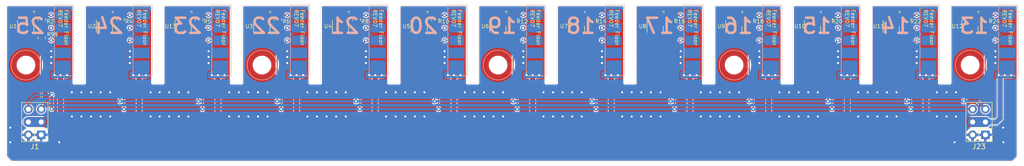
<source format=kicad_pcb>
(kicad_pcb (version 20221018) (generator pcbnew)
  (layers (0 "F.Cu" signal) (31 "B.Cu" signal) (34 "B.Paste" user) (35 "F.Paste" user) (36 "B.SilkS" user "B.Silkscreen") (37 "F.SilkS" user "F.Silkscreen") (38 "B.Mask" user) (39 "F.Mask" user) (44 "Edge.Cuts" user))
  (net 0 "")
  (net 1 "GND")
  (net 2 "1WIRE")
  (net 3 "VIN")
  (net 4 "RS-485+")
  (net 5 "RS-485-")
  (footprint "Connector_PinHeader_2.54mm:PinHeader_2x03_P2.54mm_Vertical" (layer "F.Cu") (at 28.225 50.825 180)
    (fp_text reference "J1")
    (fp_text value "IDC")
  )
  (footprint "MountingHole:MountingHole_3.2mm_M3" (layer "F.Cu") (at 25.2 37)
    (fp_text reference "H1" hide)
    (fp_text value "MountingHole")
  )
  (footprint "feeder:DS28E07_MULTI" (layer "F.Cu") (at 71.95 29.3 -90)
    (fp_text reference "U3")
    (fp_text value "DS28E07")
  )
  (footprint "Resistor_SMD:R_0805_2012Metric" (layer "F.Cu") (at 90.75 28 -90)
    (fp_text reference "R8")
    (fp_text value "1M")
  )
  (footprint "Resistor_SMD:R_0805_2012Metric" (layer "F.Cu") (at 199.95 28 -90)
    (fp_text reference "R22")
    (fp_text value "1M")
  )
  (footprint "MountingHole:MountingHole_3.2mm_M3" (layer "F.Cu") (at 165.6 37)
    (fp_text reference "H9" hide)
    (fp_text value "MountingHole")
  )
  (footprint "Resistor_SMD:R_0805_2012Metric" (layer "F.Cu") (at 106.35 28 -90)
    (fp_text reference "R10")
    (fp_text value "1M")
  )
  (footprint "MountingHole:MountingHole_3.2mm_M3" (layer "F.Cu") (at 118.8 37)
    (fp_text reference "H6" hide)
    (fp_text value "MountingHole")
  )
  (footprint "feeder:DS28E07_MULTI" (layer "F.Cu") (at 103.15 29.3 -90)
    (fp_text reference "U5")
    (fp_text value "DS28E07")
  )
  (footprint "feeder:DS28E07_MULTI" (layer "F.Cu") (at 134.35 29.3 -90)
    (fp_text reference "U7")
    (fp_text value "DS28E07")
  )
  (footprint "MountingHole:MountingHole_3.2mm_M3" (layer "F.Cu") (at 72 37)
    (fp_text reference "H3" hide)
    (fp_text value "MountingHole")
  )
  (footprint "feeder:DS28E07_MULTI" (layer "F.Cu") (at 181.15 29.3 -90)
    (fp_text reference "U10")
    (fp_text value "DS28E07")
  )
  (footprint "feeder:DS28E07_MULTI" (layer "F.Cu") (at 149.95 29.3 -90)
    (fp_text reference "U8")
    (fp_text value "DS28E07")
  )
  (footprint "feeder:DS28E07_MULTI" (layer "F.Cu") (at 87.55 29.3 -90)
    (fp_text reference "U4")
    (fp_text value "DS28E07")
  )
  (footprint "Resistor_SMD:R_0805_2012Metric" (layer "F.Cu") (at 121.95 28 -90)
    (fp_text reference "R12")
    (fp_text value "1M")
  )
  (footprint "Connector_PinHeader_2.54mm:PinHeader_2x03_P2.54mm_Vertical" (layer "F.Cu") (at 215.425 50.825 180)
    (fp_text reference "J23")
    (fp_text value "IDC")
  )
  (footprint "feeder:DS28E07_MULTI" (layer "F.Cu") (at 212.35 29.3 -90)
    (fp_text reference "U12")
    (fp_text value "DS28E07")
  )
  (footprint "feeder:DS28E07_MULTI" (layer "F.Cu") (at 165.55 29.3 -90)
    (fp_text reference "U9")
    (fp_text value "DS28E07")
  )
  (footprint "feeder:DS28E07_MULTI" (layer "F.Cu") (at 196.75 29.3 -90)
    (fp_text reference "U11")
    (fp_text value "DS28E07")
  )
  (footprint "Resistor_SMD:R_0805_2012Metric" (layer "F.Cu") (at 168.75 28 -90)
    (fp_text reference "R18")
    (fp_text value "1M")
  )
  (footprint "Resistor_SMD:R_0805_2012Metric" (layer "F.Cu") (at 43.95 28 -90)
    (fp_text reference "R4")
    (fp_text value "1M")
  )
  (footprint "MountingHole:MountingHole_3.2mm_M3" (layer "F.Cu") (at 212.4 37)
    (fp_text reference "H12" hide)
    (fp_text value "MountingHole")
  )
  (footprint "feeder:DS28E07_MULTI" (layer "F.Cu") (at 25.15 29.3 -90)
    (fp_text reference "U1")
    (fp_text value "DS28E07")
  )
  (footprint "feeder:DS28E07_MULTI" (layer "F.Cu") (at 118.75 29.3 -90)
    (fp_text reference "U6")
    (fp_text value "DS28E07")
  )
  (footprint "feeder:DS28E07_MULTI" (layer "F.Cu") (at 56.35 29.3 -90)
    (fp_text reference "U13")
    (fp_text value "DS28E07")
  )
  (footprint "Resistor_SMD:R_0805_2012Metric" (layer "F.Cu") (at 137.55 28 -90)
    (fp_text reference "R14")
    (fp_text value "1M")
  )
  (footprint "Resistor_SMD:R_0805_2012Metric" (layer "F.Cu") (at 153.15 28 -90)
    (fp_text reference "R16")
    (fp_text value "1M")
  )
  (footprint "Resistor_SMD:R_0805_2012Metric" (layer "F.Cu") (at 75.15 28 -90)
    (fp_text reference "R6")
    (fp_text value "1M")
  )
  (footprint "Resistor_SMD:R_0805_2012Metric" (layer "F.Cu") (at 184.35 28 -90)
    (fp_text reference "R20")
    (fp_text value "1M")
  )
  (footprint "Resistor_SMD:R_0805_2012Metric" (layer "F.Cu") (at 59.55 28 -90)
    (fp_text reference "R5")
    (fp_text value "1M")
  )
  (footprint "Resistor_SMD:R_0805_2012Metric" (layer "F.Cu") (at 28.35 31.6125 -90)
    (fp_text reference "R99")
    (fp_text value "120R")
  )
  (footprint "feeder:DS28E07_MULTI" (layer "F.Cu") (at 40.75 29.3 -90)
    (fp_text reference "U2")
    (fp_text value "DS28E07")
  )
  (footprint "Resistor_SMD:R_0805_2012Metric" (layer "F.Cu") (at 215.55 28 -90)
    (fp_text reference "R24")
    (fp_text value "1M")
  )
  (footprint "Resistor_SMD:R_0805_2012Metric" (layer "F.Cu") (at 28.35 28 -90)
    (fp_text reference "R2")
    (fp_text value "1M")
  )
  (footprint "feeder:AVX-915-005-541-Contact-Surface" (layer "B.Cu") (at 63.750114 27.113687 -90)
    (fp_text reference "J5" hide)
    (fp_text value "Conn_01x05_Female")
  )
  (footprint "feeder:AVX-915-005-541-Contact-Surface" (layer "B.Cu") (at 157.350114 27.113687 -90)
    (fp_text reference "J16" hide)
    (fp_text value "Conn_01x05_Female")
  )
  (footprint "feeder:AVX-915-005-541-Contact-Surface" (layer "B.Cu") (at 94.950114 27.113687 -90)
    (fp_text reference "J8" hide)
    (fp_text value "Conn_01x05_Female")
  )
  (footprint "feeder:AVX-915-005-541-Contact-Surface" (layer "B.Cu") (at 204.150114 27.113687 -90)
    (fp_text reference "J22" hide)
    (fp_text value "Conn_01x05_Female")
  )
  (footprint "feeder:AVX-915-005-541-Contact-Surface" (layer "B.Cu") (at 172.950114 27.113687 -90)
    (fp_text reference "J18" hide)
    (fp_text value "Conn_01x05_Female")
  )
  (footprint "feeder:AVX-915-005-541-Contact-Surface" (layer "B.Cu") (at 141.750114 27.113687 -90)
    (fp_text reference "J14" hide)
    (fp_text value "Conn_01x05_Female")
  )
  (footprint "feeder:AVX-915-005-541-Contact-Surface" (layer "B.Cu") (at 32.550114 27.113687 -90)
    (fp_text reference "J2" hide)
    (fp_text value "Conn_01x05_Female")
  )
  (footprint "feeder:AVX-915-005-541-Contact-Surface" (layer "B.Cu") (at 48.150114 27.113687 -90)
    (fp_text reference "J4" hide)
    (fp_text value "Conn_01x05_Female")
  )
  (footprint "feeder:AVX-915-005-541-Contact-Surface" (layer "B.Cu") (at 126.150114 27.113687 -90)
    (fp_text reference "J12" hide)
    (fp_text value "Conn_01x05_Female")
  )
  (footprint "feeder:AVX-915-005-541-Contact-Surface" (layer "B.Cu") (at 188.550114 27.113687 -90)
    (fp_text reference "J20" hide)
    (fp_text value "Conn_01x05_Female")
  )
  (footprint "feeder:AVX-915-005-541-Contact-Surface" (layer "B.Cu") (at 79.350114 27.113687 -90)
    (fp_text reference "J6" hide)
    (fp_text value "Conn_01x05_Female")
  )
  (footprint "feeder:AVX-915-005-541-Contact-Surface" (layer "B.Cu") (at 219.750114 27.113687 -90)
    (fp_text reference "J24" hide)
    (fp_text value "Conn_01x05_Female")
  )
  (footprint "feeder:AVX-915-005-541-Contact-Surface" (layer "B.Cu") (at 110.550114 27.113687 -90)
    (fp_text reference "J10" hide)
    (fp_text value "Conn_01x05_Female")
  )
  (gr_circle (center 118.8 37) (end 115.85 37) (stroke (width 0.12)) (fill none) (layer "B.SilkS"))
  (gr_circle (center 212.4 37) (end 209.45 37) (stroke (width 0.12)) (fill none) (layer "B.SilkS"))
  (gr_circle (center 72 37) (end 69.05 37) (stroke (width 0.12)) (fill none) (layer "B.SilkS"))
  (gr_circle (center 25.2 37) (end 22.25 37) (stroke (width 0.12)) (fill none) (layer "B.SilkS"))
  (gr_circle (center 165.6 37) (end 162.65 37) (stroke (width 0.12)) (fill none) (layer "B.SilkS"))
  (gr_line (start 220.85 56.2) (end 22.25 56.2) (stroke (width 0.05)) (layer "Edge.Cuts"))
  (gr_line (start 123.250114 25.113687) (end 128.250114 25.113687) (stroke (width 0.05)) (layer "Edge.Cuts"))
  (gr_line (start 206.250114 25.113687) (end 206.250114 40.6) (stroke (width 0.05)) (layer "Edge.Cuts"))
  (gr_line (start 52.45 40.6) (end 50.250114 40.6) (stroke (width 0.05)) (layer "Edge.Cuts"))
  (gr_line (start 60.850114 25.113687) (end 65.850114 25.113687) (stroke (width 0.05)) (layer "Edge.Cuts"))
  (gr_line (start 114.85 40.6) (end 114.850114 25.113687) (stroke (width 0.05)) (layer "Edge.Cuts"))
  (gr_line (start 216.850114 25.113687) (end 221.850114 25.113687) (stroke (width 0.05)) (layer "Edge.Cuts"))
  (gr_line (start 130.45 40.6) (end 128.250114 40.6) (stroke (width 0.05)) (layer "Edge.Cuts"))
  (gr_line (start 161.65 40.6) (end 159.450114 40.6) (stroke (width 0.05)) (layer "Edge.Cuts"))
  (gr_line (start 177.25 40.6) (end 177.250114 25.113687) (stroke (width 0.05)) (layer "Edge.Cuts"))
  (gr_line (start 34.650114 25.113687) (end 34.650114 40.6) (stroke (width 0.05)) (layer "Edge.Cuts"))
  (gr_line (start 112.650114 25.113687) (end 112.650114 40.6) (stroke (width 0.05)) (layer "Edge.Cuts"))
  (gr_line (start 45.250114 25.113687) (end 36.850114 25.113687) (stroke (width 0.05)) (layer "Edge.Cuts"))
  (gr_line (start 154.450114 25.113687) (end 146.050114 25.113687) (stroke (width 0.05)) (layer "Edge.Cuts"))
  (gr_line (start 52.45 40.6) (end 52.450114 25.113687) (stroke (width 0.05)) (layer "Edge.Cuts"))
  (gr_line (start 192.85 40.6) (end 192.850114 25.113687) (stroke (width 0.05)) (layer "Edge.Cuts"))
  (gr_line (start 83.65 40.6) (end 81.450114 40.6) (stroke (width 0.05)) (layer "Edge.Cuts"))
  (gr_line (start 65.850114 25.113687) (end 65.850114 40.6) (stroke (width 0.05)) (layer "Edge.Cuts"))
  (gr_line (start 208.45 40.6) (end 206.250114 40.6) (stroke (width 0.05)) (layer "Edge.Cuts"))
  (gr_line (start 208.45 40.6) (end 208.450114 25.113687) (stroke (width 0.05)) (layer "Edge.Cuts"))
  (gr_line (start 97.050114 25.113687) (end 97.050114 40.6) (stroke (width 0.05)) (layer "Edge.Cuts"))
  (gr_line (start 114.85 40.6) (end 112.650114 40.6) (stroke (width 0.05)) (layer "Edge.Cuts"))
  (gr_line (start 92.050114 25.113687) (end 97.050114 25.113687) (stroke (width 0.05)) (layer "Edge.Cuts"))
  (gr_line (start 185.650114 25.113687) (end 177.250114 25.113687) (stroke (width 0.05)) (layer "Edge.Cuts"))
  (gr_line (start 138.850114 25.113687) (end 143.850114 25.113687) (stroke (width 0.05)) (layer "Edge.Cuts"))
  (gr_line (start 170.050114 25.113687) (end 161.650114 25.113687) (stroke (width 0.05)) (layer "Edge.Cuts"))
  (gr_line (start 60.850114 25.113687) (end 52.450114 25.113687) (stroke (width 0.05)) (layer "Edge.Cuts"))
  (gr_line (start 201.250114 25.113687) (end 206.250114 25.113687) (stroke (width 0.05)) (layer "Edge.Cuts"))
  (gr_line (start 76.450114 25.113687) (end 68.050114 25.113687) (stroke (width 0.05)) (layer "Edge.Cuts"))
  (gr_line (start 107.650114 25.113687) (end 99.250114 25.113687) (stroke (width 0.05)) (layer "Edge.Cuts"))
  (gr_line (start 50.250114 25.113687) (end 50.250114 40.6) (stroke (width 0.05)) (layer "Edge.Cuts"))
  (gr_line (start 146.05 40.6) (end 143.850114 40.6) (stroke (width 0.05)) (layer "Edge.Cuts"))
  (gr_line (start 221.850114 25.113687) (end 221.85 55.2) (stroke (width 0.05)) (layer "Edge.Cuts"))
  (gr_line (start 76.450114 25.113687) (end 81.450114 25.113687) (stroke (width 0.05)) (layer "Edge.Cuts"))
  (gr_line (start 177.25 40.6) (end 175.050114 40.6) (stroke (width 0.05)) (layer "Edge.Cuts"))
  (gr_line (start 45.250114 25.113687) (end 50.250114 25.113687) (stroke (width 0.05)) (layer "Edge.Cuts"))
  (gr_line (start 123.250114 25.113687) (end 114.850114 25.113687) (stroke (width 0.05)) (layer "Edge.Cuts"))
  (gr_line (start 130.45 40.6) (end 130.450114 25.113687) (stroke (width 0.05)) (layer "Edge.Cuts"))
  (gr_line (start 154.450114 25.113687) (end 159.450114 25.113687) (stroke (width 0.05)) (layer "Edge.Cuts"))
  (gr_line (start 138.850114 25.113687) (end 130.450114 25.113687) (stroke (width 0.05)) (layer "Edge.Cuts"))
  (gr_line (start 190.650114 25.113687) (end 190.650114 40.6) (stroke (width 0.05)) (layer "Edge.Cuts"))
  (gr_line (start 81.450114 25.113687) (end 81.450114 40.6) (stroke (width 0.05)) (layer "Edge.Cuts"))
  (gr_line (start 36.85 40.6) (end 36.850114 25.113687) (stroke (width 0.05)) (layer "Edge.Cuts"))
  (gr_line (start 143.850114 25.113687) (end 143.850114 40.6) (stroke (width 0.05)) (layer "Edge.Cuts"))
  (gr_line (start 220.85 56.2) (end 221.85 55.2) (stroke (width 0.05)) (layer "Edge.Cuts"))
  (gr_line (start 29.650114 25.113687) (end 21.250114 25.113687) (stroke (width 0.05)) (layer "Edge.Cuts"))
  (gr_line (start 92.050114 25.113687) (end 83.650114 25.113687) (stroke (width 0.05)) (layer "Edge.Cuts"))
  (gr_line (start 175.050114 25.113687) (end 175.050114 40.6) (stroke (width 0.05)) (layer "Edge.Cuts"))
  (gr_line (start 146.05 40.6) (end 146.050114 25.113687) (stroke (width 0.05)) (layer "Edge.Cuts"))
  (gr_line (start 192.85 40.6) (end 190.650114 40.6) (stroke (width 0.05)) (layer "Edge.Cuts"))
  (gr_line (start 216.850114 25.113687) (end 208.450114 25.113687) (stroke (width 0.05)) (layer "Edge.Cuts"))
  (gr_line (start 36.85 40.6) (end 34.650114 40.6) (stroke (width 0.05)) (layer "Edge.Cuts"))
  (gr_line (start 29.650114 25.113687) (end 34.650114 25.113687) (stroke (width 0.05)) (layer "Edge.Cuts"))
  (gr_line (start 99.25 40.6) (end 97.050114 40.6) (stroke (width 0.05)) (layer "Edge.Cuts"))
  (gr_line (start 161.65 40.6) (end 161.650114 25.113687) (stroke (width 0.05)) (layer "Edge.Cuts"))
  (gr_line (start 21.25 55.2) (end 21.250114 25.113687) (stroke (width 0.05)) (layer "Edge.Cuts"))
  (gr_line (start 21.25 55.2) (end 22.25 56.2) (stroke (width 0.05)) (layer "Edge.Cuts"))
  (gr_line (start 107.650114 25.113687) (end 112.650114 25.113687) (stroke (width 0.05)) (layer "Edge.Cuts"))
  (gr_line (start 68.05 40.6) (end 65.850114 40.6) (stroke (width 0.05)) (layer "Edge.Cuts"))
  (gr_line (start 159.450114 25.113687) (end 159.450114 40.6) (stroke (width 0.05)) (layer "Edge.Cuts"))
  (gr_line (start 185.650114 25.113687) (end 190.650114 25.113687) (stroke (width 0.05)) (layer "Edge.Cuts"))
  (gr_line (start 68.05 40.6) (end 68.050114 25.113687) (stroke (width 0.05)) (layer "Edge.Cuts"))
  (gr_line (start 201.250114 25.113687) (end 192.850114 25.113687) (stroke (width 0.05)) (layer "Edge.Cuts"))
  (gr_line (start 128.250114 25.113687) (end 128.250114 40.6) (stroke (width 0.05)) (layer "Edge.Cuts"))
  (gr_line (start 170.050114 25.113687) (end 175.050114 25.113687) (stroke (width 0.05)) (layer "Edge.Cuts"))
  (gr_line (start 99.25 40.6) (end 99.250114 25.113687) (stroke (width 0.05)) (layer "Edge.Cuts"))
  (gr_line (start 83.65 40.6) (end 83.650114 25.113687) (stroke (width 0.05)) (layer "Edge.Cuts"))
  (gr_text "13" (at 213.2 29.25) (layer "B.SilkS") (effects (font (size 3 3) (thickness 0.5)) (justify mirror)))
  (gr_text "20" (at 104 29.25) (layer "B.SilkS") (effects (font (size 3 3) (thickness 0.5)) (justify mirror)))
  (gr_text "17" (at 150.8 29.25) (layer "B.SilkS") (effects (font (size 3 3) (thickness 0.5)) (justify mirror)))
  (gr_text "22" (at 72.8 29.25) (layer "B.SilkS") (effects (font (size 3 3) (thickness 0.5)) (justify mirror)))
  (gr_text "24" (at 41.6 29.25) (layer "B.SilkS") (effects (font (size 3 3) (thickness 0.5)) (justify mirror)))
  (gr_text "21" (at 88.4 29.25) (layer "B.SilkS") (effects (font (size 3 3) (thickness 0.5)) (justify mirror)))
  (gr_text "15" (at 182 29.25) (layer "B.SilkS") (effects (font (size 3 3) (thickness 0.5)) (justify mirror)))
  (gr_text "18" (at 135.2 29.25) (layer "B.SilkS") (effects (font (size 3 3) (thickness 0.5)) (justify mirror)))
  (gr_text "19" (at 119.6 29.25) (layer "B.SilkS") (effects (font (size 3 3) (thickness 0.5)) (justify mirror)))
  (gr_text "16" (at 166.4 29.25) (layer "B.SilkS") (effects (font (size 3 3) (thickness 0.5)) (justify mirror)))
  (gr_text "14" (at 197.6 29.25) (layer "B.SilkS") (effects (font (size 3 3) (thickness 0.5)) (justify mirror)))
  (gr_text "25" (at 26 29.25) (layer "B.SilkS") (effects (font (size 3 3) (thickness 0.5)) (justify mirror)))
  (gr_text "23" (at 57.2 29.25) (layer "B.SilkS") (effects (font (size 3 3) (thickness 0.5)) (justify mirror)))
  (gr_text "Feeder Floor\nREV07" (at 219.8 25.9 -90) (layer "F.SilkS") (effects (font (size 0.75 0.75) (thickness 0.1)) (justify left)))
  (gr_text "Feeder Floor\nREV07" (at 204.2 25.9 -90) (layer "F.SilkS") (effects (font (size 0.75 0.75) (thickness 0.1)) (justify left)))
  (gr_text "Feeder Floor\nREV07" (at 79.4 25.9 -90) (layer "F.SilkS") (effects (font (size 0.75 0.75) (thickness 0.1)) (justify left)))
  (gr_text "Feeder Floor\nREV07" (at 95 25.9 -90) (layer "F.SilkS") (effects (font (size 0.75 0.75) (thickness 0.1)) (justify left)))
  (gr_text "Feeder Floor\nREV07" (at 110.6 25.9 -90) (layer "F.SilkS") (effects (font (size 0.75 0.75) (thickness 0.1)) (justify left)))
  (gr_text "Feeder Floor\nREV07" (at 32.6 25.9 -90) (layer "F.SilkS") (effects (font (size 0.75 0.75) (thickness 0.1)) (justify left)))
  (gr_text "Feeder Floor\nREV07" (at 126.2 25.9 -90) (layer "F.SilkS") (effects (font (size 0.75 0.75) (thickness 0.1)) (justify left)))
  (gr_text "Feeder Floor\nREV07" (at 188.6 25.9 -90) (layer "F.SilkS") (effects (font (size 0.75 0.75) (thickness 0.1)) (justify left)))
  (gr_text "Feeder Floor\nREV07" (at 63.8 25.9 -90) (layer "F.SilkS") (effects (font (size 0.75 0.75) (thickness 0.1)) (justify left)))
  (gr_text "Feeder Floor\nREV07" (at 157.4 25.9 -90) (layer "F.SilkS") (effects (font (size 0.75 0.75) (thickness 0.1)) (justify left)))
  (gr_text "Feeder Floor\nREV07" (at 141.8 25.9 -90) (layer "F.SilkS") (effects (font (size 0.75 0.75) (thickness 0.1)) (justify left)))
  (gr_text "Feeder Floor\nREV07" (at 48.2 25.9 -90) (layer "F.SilkS") (effects (font (size 0.75 0.75) (thickness 0.1)) (justify left)))
  (gr_text "Feeder Floor\nREV07" (at 173 25.9 -90) (layer "F.SilkS") (effects (font (size 0.75 0.75) (thickness 0.1)) (justify left)))
  (segment (start 184.35 28.9125) (end 184.1625 28.9125) (width 0.5) (layer "F.Cu") (net 1))
  (segment (start 106.1625 28.9125) (end 104.975481 27.725481) (width 0.5) (layer "F.Cu") (net 1))
  (segment (start 42.575481 27.725481) (end 41.75 27.725481) (width 0.5) (layer "F.Cu") (net 1))
  (segment (start 214.175481 27.725481) (end 213.35 27.725481) (width 0.5) (layer "F.Cu") (net 1))
  (segment (start 215.55 28.9125) (end 215.3625 28.9125) (width 0.5) (layer "F.Cu") (net 1))
  (segment (start 153.15 28.9125) (end 152.9625 28.9125) (width 0.5) (layer "F.Cu") (net 1))
  (segment (start 26.975481 27.725481) (end 26.15 27.725481) (width 0.5) (layer "F.Cu") (net 1))
  (segment (start 137.3625 28.9125) (end 136.175481 27.725481) (width 0.5) (layer "F.Cu") (net 1))
  (segment (start 199.7625 28.9125) (end 198.575481 27.725481) (width 0.5) (layer "F.Cu") (net 1))
  (segment (start 151.775481 27.725481) (end 150.95 27.725481) (width 0.5) (layer "F.Cu") (net 1))
  (segment (start 121.95 28.9125) (end 121.7625 28.9125) (width 0.5) (layer "F.Cu") (net 1))
  (segment (start 199.95 28.9125) (end 199.7625 28.9125) (width 0.5) (layer "F.Cu") (net 1))
  (segment (start 168.75 28.9125) (end 168.5625 28.9125) (width 0.5) (layer "F.Cu") (net 1))
  (segment (start 59.3625 28.9125) (end 58.175481 27.725481) (width 0.5) (layer "F.Cu") (net 1))
  (segment (start 90.5625 28.9125) (end 89.375481 27.725481) (width 0.5) (layer "F.Cu") (net 1))
  (segment (start 137.55 28.9125) (end 137.3625 28.9125) (width 0.5) (layer "F.Cu") (net 1))
  (segment (start 167.375481 27.725481) (end 166.55 27.725481) (width 0.5) (layer "F.Cu") (net 1))
  (segment (start 184.1625 28.9125) (end 182.975481 27.725481) (width 0.5) (layer "F.Cu") (net 1))
  (segment (start 215.3625 28.9125) (end 214.175481 27.725481) (width 0.5) (layer "F.Cu") (net 1))
  (segment (start 121.7625 28.9125) (end 120.575481 27.725481) (width 0.5) (layer "F.Cu") (net 1))
  (segment (start 58.175481 27.725481) (end 57.35 27.725481) (width 0.5) (layer "F.Cu") (net 1))
  (segment (start 198.575481 27.725481) (end 197.75 27.725481) (width 0.5) (layer "F.Cu") (net 1))
  (segment (start 104.975481 27.725481) (end 104.15 27.725481) (width 0.5) (layer "F.Cu") (net 1))
  (segment (start 168.5625 28.9125) (end 167.375481 27.725481) (width 0.5) (layer "F.Cu") (net 1))
  (segment (start 28.35 28.9125) (end 28.1625 28.9125) (width 0.5) (layer "F.Cu") (net 1))
  (segment (start 59.55 28.9125) (end 59.3625 28.9125) (width 0.5) (layer "F.Cu") (net 1))
  (segment (start 106.35 28.9125) (end 106.1625 28.9125) (width 0.5) (layer "F.Cu") (net 1))
  (segment (start 152.9625 28.9125) (end 151.775481 27.725481) (width 0.5) (layer "F.Cu") (net 1))
  (segment (start 43.7625 28.9125) (end 42.575481 27.725481) (width 0.5) (layer "F.Cu") (net 1))
  (segment (start 182.975481 27.725481) (end 182.15 27.725481) (width 0.5) (layer "F.Cu") (net 1))
  (segment (start 120.575481 27.725481) (end 119.75 27.725481) (width 0.5) (layer "F.Cu") (net 1))
  (segment (start 89.375481 27.725481) (end 88.55 27.725481) (width 0.5) (layer "F.Cu") (net 1))
  (segment (start 28.1625 28.9125) (end 26.975481 27.725481) (width 0.5) (layer "F.Cu") (net 1))
  (segment (start 73.775481 27.725481) (end 72.95 27.725481) (width 0.5) (layer "F.Cu") (net 1))
  (segment (start 75.15 28.9125) (end 74.9625 28.9125) (width 0.5) (layer "F.Cu") (net 1))
  (segment (start 90.75 28.9125) (end 90.5625 28.9125) (width 0.5) (layer "F.Cu") (net 1))
  (segment (start 136.175481 27.725481) (end 135.35 27.725481) (width 0.5) (layer "F.Cu") (net 1))
  (segment (start 43.95 28.9125) (end 43.7625 28.9125) (width 0.5) (layer "F.Cu") (net 1))
  (segment (start 74.9625 28.9125) (end 73.775481 27.725481) (width 0.5) (layer "F.Cu") (net 1))
  (via (at 112.2 47.2) (size 0.8) (drill 0.4) (layers "F.Cu" "B.Cu") (net 1))
  (via (at 192.1 47.2) (size 0.8) (drill 0.4) (layers "F.Cu" "B.Cu") (net 1))
  (via (at 40 47.2) (size 0.8) (drill 0.4) (layers "F.Cu" "B.Cu") (net 1))
  (via (at 194 47.2) (size 0.8) (drill 0.4) (layers "F.Cu" "B.Cu") (net 1))
  (via (at 195.9 47.2) (size 0.8) (drill 0.4) (layers "F.Cu" "B.Cu") (net 1))
  (via (at 92.6 34.25) (size 0.8) (drill 0.4) (layers "F.Cu" "B.Cu") (net 1))
  (via (at 123.8 34.25) (size 0.8) (drill 0.4) (layers "F.Cu" "B.Cu") (net 1))
  (via (at 98.5 47.2) (size 0.8) (drill 0.4) (layers "F.Cu" "B.Cu") (net 1))
  (via (at 186.2 35.4) (size 0.8) (drill 0.4) (layers "F.Cu" "B.Cu") (net 1))
  (via (at 57.4 42.4) (size 0.8) (drill 0.4) (layers "F.Cu" "B.Cu") (net 1))
  (via (at 34.3 42.4) (size 0.8) (drill 0.4) (layers "F.Cu" "B.Cu") (net 1))
  (via (at 112.2 42.4) (size 0.8) (drill 0.4) (layers "F.Cu" "B.Cu") (net 1))
  (via (at 36.2 42.4) (size 0.8) (drill 0.4) (layers "F.Cu" "B.Cu") (net 1))
  (via (at 182.2 42.4) (size 0.8) (drill 0.4) (layers "F.Cu" "B.Cu") (net 1))
  (via (at 53.6 42.4) (size 0.8) (drill 0.4) (layers "F.Cu" "B.Cu") (net 1))
  (via (at 40 42.4) (size 0.8) (drill 0.4) (layers "F.Cu" "B.Cu") (net 1))
  (via (at 149.1 47.2) (size 0.8) (drill 0.4) (layers "F.Cu" "B.Cu") (net 1))
  (via (at 71.2 42.4) (size 0.8) (drill 0.4) (layers "F.Cu" "B.Cu") (net 1))
  (via (at 201.8 34.25) (size 0.8) (drill 0.4) (layers "F.Cu" "B.Cu") (net 1))
  (via (at 166.6 42.4) (size 0.8) (drill 0.4) (layers "F.Cu" "B.Cu") (net 1))
  (via (at 119.8 47.2) (size 0.8) (drill 0.4) (layers "F.Cu" "B.Cu") (net 1))
  (via (at 61.4 35.4) (size 0.8) (drill 0.4) (layers "F.Cu" "B.Cu") (net 1))
  (via (at 207.7 42.4) (size 0.8) (drill 0.4) (layers "F.Cu" "B.Cu") (net 1))
  (via (at 139.4 35.4) (size 0.8) (drill 0.4) (layers "F.Cu" "B.Cu") (net 1))
  (via (at 114.1 47.2) (size 0.8) (drill 0.4) (layers "F.Cu" "B.Cu") (net 1))
  (via (at 108.2 34.25) (size 0.8) (drill 0.4) (layers "F.Cu" "B.Cu") (net 1))
  (via (at 178.4 42.4) (size 0.8) (drill 0.4) (layers "F.Cu" "B.Cu") (net 1))
  (via (at 201.8 35.4) (size 0.8) (drill 0.4) (layers "F.Cu" "B.Cu") (net 1))
  (via (at 155 34.25) (size 0.8) (drill 0.4) (layers "F.Cu" "B.Cu") (net 1))
  (via (at 190.2 47.2) (size 0.8) (drill 0.4) (layers "F.Cu" "B.Cu") (net 1))
  (via (at 197.8 42.4) (size 0.8) (drill 0.4) (layers "F.Cu" "B.Cu") (net 1))
  (via (at 41.9 42.4) (size 0.8) (drill 0.4) (layers "F.Cu" "B.Cu") (net 1))
  (via (at 41.9 47.2) (size 0.8) (drill 0.4) (layers "F.Cu" "B.Cu") (net 1))
  (via (at 86.7 42.4) (size 0.8) (drill 0.4) (layers "F.Cu" "B.Cu") (net 1))
  (via (at 182.2 47.2) (size 0.8) (drill 0.4) (layers "F.Cu" "B.Cu") (net 1))
  (via (at 49.9 42.4) (size 0.8) (drill 0.4) (layers "F.Cu" "B.Cu") (net 1))
  (via (at 49.9 47.2) (size 0.8) (drill 0.4) (layers "F.Cu" "B.Cu") (net 1))
  (via (at 160.9 47.2) (size 0.8) (drill 0.4) (layers "F.Cu" "B.Cu") (net 1))
  (via (at 38.1 47.2) (size 0.8) (drill 0.4) (layers "F.Cu" "B.Cu") (net 1))
  (via (at 151 42.4) (size 0.8) (drill 0.4) (layers "F.Cu" "B.Cu") (net 1))
  (via (at 30.2 36.6) (size 0.8) (drill 0.4) (layers "F.Cu" "B.Cu") (net 1))
  (via (at 160.9 42.4) (size 0.8) (drill 0.4) (layers "F.Cu" "B.Cu") (net 1))
  (via (at 174.6 47.2) (size 0.8) (drill 0.4) (layers "F.Cu" "B.Cu") (net 1))
  (via (at 96.6 47.2) (size 0.8) (drill 0.4) (layers "F.Cu" "B.Cu") (net 1))
  (via (at 131.6 42.4) (size 0.8) (drill 0.4) (layers "F.Cu" "B.Cu") (net 1))
  (via (at 170.6 36.6) (size 0.8) (drill 0.4) (layers "F.Cu" "B.Cu") (net 1))
  (via (at 155 35.4) (size 0.8) (drill 0.4) (layers "F.Cu" "B.Cu") (net 1))
  (via (at 61.4 36.6) (size 0.8) (drill 0.4) (layers "F.Cu" "B.Cu") (net 1))
  (via (at 166.6 47.2) (size 0.8) (drill 0.4) (layers "F.Cu" "B.Cu") (net 1))
  (via (at 30.2 34.25) (size 0.8) (drill 0.4) (layers "F.Cu" "B.Cu") (net 1))
  (via (at 34.3 47.2) (size 0.8) (drill 0.4) (layers "F.Cu" "B.Cu") (net 1))
  (via (at 219 52.3) (size 0.8) (drill 0.4) (layers "F.Cu" "B.Cu") (net 1))
  (via (at 104.2 42.4) (size 0.8) (drill 0.4) (layers "F.Cu" "B.Cu") (net 1))
  (via (at 207.7 47.2) (size 0.8) (drill 0.4) (layers "F.Cu" "B.Cu") (net 1))
  (via (at 176.5 42.4) (size 0.8) (drill 0.4) (layers "F.Cu" "B.Cu") (net 1))
  (via (at 209.6 47.2) (size 0.8) (drill 0.4) (layers "F.Cu" "B.Cu") (net 1))
  (via (at 30.2 35.4) (size 0.8) (drill 0.4) (layers "F.Cu" "B.Cu") (net 1))
  (via (at 218.95 49.4) (size 0.8) (drill 0.4) (layers "F.Cu" "B.Cu") (net 1))
  (via (at 192.1 42.4) (size 0.8) (drill 0.4) (layers "F.Cu" "B.Cu") (net 1))
  (via (at 155 36.6) (size 0.8) (drill 0.4) (layers "F.Cu" "B.Cu") (net 1))
  (via (at 53.6 47.2) (size 0.8) (drill 0.4) (layers "F.Cu" "B.Cu") (net 1))
  (via (at 143.4 47.2) (size 0.8) (drill 0.4) (layers "F.Cu" "B.Cu") (net 1))
  (via (at 197.8 47.2) (size 0.8) (drill 0.4) (layers "F.Cu" "B.Cu") (net 1))
  (via (at 71.2 47.2) (size 0.8) (drill 0.4) (layers "F.Cu" "B.Cu") (net 1))
  (via (at 119.8 42.4) (size 0.8) (drill 0.4) (layers "F.Cu" "B.Cu") (net 1))
  (via (at 73.1 42.4) (size 0.8) (drill 0.4) (layers "F.Cu" "B.Cu") (net 1))
  (via (at 145.3 47.2) (size 0.8) (drill 0.4) (layers "F.Cu" "B.Cu") (net 1))
  (via (at 135.4 42.4) (size 0.8) (drill 0.4) (layers "F.Cu" "B.Cu") (net 1))
  (via (at 67.4 47.2) (size 0.8) (drill 0.4) (layers "F.Cu" "B.Cu") (net 1))
  (via (at 57.4 47.2) (size 0.8) (drill 0.4) (layers "F.Cu" "B.Cu") (net 1))
  (via (at 77 36.6) (size 0.8) (drill 0.4) (layers "F.Cu" "B.Cu") (net 1))
  (via (at 139.4 36.6) (size 0.8) (drill 0.4) (layers "F.Cu" "B.Cu") (net 1))
  (via (at 38.1 42.4) (size 0.8) (drill 0.4) (layers "F.Cu" "B.Cu") (net 1))
  (via (at 82.9 47.2) (size 0.8) (drill 0.4) (layers "F.Cu" "B.Cu") (net 1))
  (via (at 67.4 42.4) (size 0.8) (drill 0.4) (layers "F.Cu" "B.Cu") (net 1))
  (via (at 123.8 35.4) (size 0.8) (drill 0.4) (layers "F.Cu" "B.Cu") (net 1))
  (via (at 51.7 42.4) (size 0.8) (drill 0.4) (layers "F.Cu" "B.Cu") (net 1))
  (via (at 176.5 47.2) (size 0.8) (drill 0.4) (layers "F.Cu" "B.Cu") (net 1))
  (via (at 81 47.2) (size 0.8) (drill 0.4) (layers "F.Cu" "B.Cu") (net 1))
  (via (at 102.3 42.4) (size 0.8) (drill 0.4) (layers "F.Cu" "B.Cu") (net 1))
  (via (at 135.4 47.2) (size 0.8) (drill 0.4) (layers "F.Cu" "B.Cu") (net 1))
  (via (at 170.6 35.4) (size 0.8) (drill 0.4) (layers "F.Cu" "B.Cu") (net 1))
  (via (at 190.2 42.4) (size 0.8) (drill 0.4) (layers "F.Cu" "B.Cu") (net 1))
  (via (at 174.6 42.4) (size 0.8) (drill 0.4) (layers "F.Cu" "B.Cu") (net 1))
  (via (at 116 42.4) (size 0.8) (drill 0.4) (layers "F.Cu" "B.Cu") (net 1))
  (via (at 147.2 47.2) (size 0.8) (drill 0.4) (layers "F.Cu" "B.Cu") (net 1))
  (via (at 217.4 34.25) (size 0.8) (drill 0.4) (layers "F.Cu" "B.Cu") (net 1))
  (via (at 108.2 35.4) (size 0.8) (drill 0.4) (layers "F.Cu" "B.Cu") (net 1))
  (via (at 217.4 35.4) (size 0.8) (drill 0.4) (layers "F.Cu" "B.Cu") (net 1))
  (via (at 86.7 47.2) (size 0.8) (drill 0.4) (layers "F.Cu" "B.Cu") (net 1))
  (via (at 201.8 36.6) (size 0.8) (drill 0.4) (layers "F.Cu" "B.Cu") (net 1))
  (via (at 162.8 42.4) (size 0.8) (drill 0.4) (layers "F.Cu" "B.Cu") (net 1))
  (via (at 123.8 36.6) (size 0.8) (drill 0.4) (layers "F.Cu" "B.Cu") (net 1))
  (via (at 116 47.2) (size 0.8) (drill 0.4) (layers "F.Cu" "B.Cu") (net 1))
  (via (at 164.7 47.2) (size 0.8) (drill 0.4) (layers "F.Cu" "B.Cu") (net 1))
  (via (at 114.1 42.4) (size 0.8) (drill 0.4) (layers "F.Cu" "B.Cu") (net 1))
  (via (at 69.3 47.2) (size 0.8) (drill 0.4) (layers "F.Cu" "B.Cu") (net 1))
  (via (at 147.2 42.4) (size 0.8) (drill 0.4) (layers "F.Cu" "B.Cu") (net 1))
  (via (at 51.7 47.2) (size 0.8) (drill 0.4) (layers "F.Cu" "B.Cu") (net 1))
  (via (at 131.6 47.2) (size 0.8) (drill 0.4) (layers "F.Cu" "B.Cu") (net 1))
  (via (at 205.8 42.4) (size 0.8) (drill 0.4) (layers "F.Cu" "B.Cu") (net 1))
  (via (at 149.1 42.4) (size 0.8) (drill 0.4) (layers "F.Cu" "B.Cu") (net 1))
  (via (at 100.4 42.4) (size 0.8) (drill 0.4) (layers "F.Cu" "B.Cu") (net 1))
  (via (at 61.4 34.25) (size 0.8) (drill 0.4) (layers "F.Cu" "B.Cu") (net 1))
  (via (at 108.2 36.6) (size 0.8) (drill 0.4) (layers "F.Cu" "B.Cu") (net 1))
  (via (at 98.5 42.4) (size 0.8) (drill 0.4) (layers "F.Cu" "B.Cu") (net 1))
  (via (at 104.2 47.2) (size 0.8) (drill 0.4) (layers "F.Cu" "B.Cu") (net 1))
  (via (at 84.8 47.2) (size 0.8) (drill 0.4) (layers "F.Cu" "B.Cu") (net 1))
  (via (at 96.6 42.4) (size 0.8) (drill 0.4) (layers "F.Cu" "B.Cu") (net 1))
  (via (at 55.5 47.2) (size 0.8) (drill 0.4) (layers "F.Cu" "B.Cu") (net 1))
  (via (at 209.6 42.4) (size 0.8) (drill 0.4) (layers "F.Cu" "B.Cu") (net 1))
  (via (at 127.8 42.4) (size 0.8) (drill 0.4) (layers "F.Cu" "B.Cu") (net 1))
  (via (at 170.6 34.25) (size 0.8) (drill 0.4) (layers "F.Cu" "B.Cu") (net 1))
  (via (at 162.8 47.2) (size 0.8) (drill 0.4) (layers "F.Cu" "B.Cu") (net 1))
  (via (at 159 47.2) (size 0.8) (drill 0.4) (layers "F.Cu" "B.Cu") (net 1))
  (via (at 102.3 47.2) (size 0.8) (drill 0.4) (layers "F.Cu" "B.Cu") (net 1))
  (via (at 205.8 47.2) (size 0.8) (drill 0.4) (layers "F.Cu" "B.Cu") (net 1))
  (via (at 180.3 47.2) (size 0.8) (drill 0.4) (layers "F.Cu" "B.Cu") (net 1))
  (via (at 117.9 42.4) (size 0.8) (drill 0.4) (layers "F.Cu" "B.Cu") (net 1))
  (via (at 186.2 36.6) (size 0.8) (drill 0.4) (layers "F.Cu" "B.Cu") (net 1))
  (via (at 194 42.4) (size 0.8) (drill 0.4) (layers "F.Cu" "B.Cu") (net 1))
  (via (at 73.1 47.2) (size 0.8) (drill 0.4) (layers "F.Cu" "B.Cu") (net 1))
  (via (at 31.8 52.3) (size 0.8) (drill 0.4) (layers "F.Cu" "B.Cu") (net 1))
  (via (at 127.8 47.2) (size 0.8) (drill 0.4) (layers "F.Cu" "B.Cu") (net 1))
  (via (at 92.6 36.6) (size 0.8) (drill 0.4) (layers "F.Cu" "B.Cu") (net 1))
  (via (at 77 35.4) (size 0.8) (drill 0.4) (layers "F.Cu" "B.Cu") (net 1))
  (via (at 143.4 42.4) (size 0.8) (drill 0.4) (layers "F.Cu" "B.Cu") (net 1))
  (via (at 65.5 42.4) (size 0.8) (drill 0.4) (layers "F.Cu" "B.Cu") (net 1))
  (via (at 36.2 47.2) (size 0.8) (drill 0.4) (layers "F.Cu" "B.Cu") (net 1))
  (via (at 88.6 42.4) (size 0.8) (drill 0.4) (layers "F.Cu" "B.Cu") (net 1))
  (via (at 22.1 49.4) (size 0.8) (drill 0.4) (layers "F.Cu" "B.Cu") (net 1))
  (via (at 45.8 34.25) (size 0.8) (drill 0.4) (layers "F.Cu" "B.Cu") (net 1))
  (via (at 178.4 47.2) (size 0.8) (drill 0.4) (layers "F.Cu" "B.Cu") (net 1))
  (via (at 69.3 42.4) (size 0.8) (drill 0.4) (layers "F.Cu" "B.Cu") (net 1))
  (via (at 129.7 42.4) (size 0.8) (drill 0.4) (layers "F.Cu" "B.Cu") (net 1))
  (via (at 159 42.4) (size 0.8) (drill 0.4) (layers "F.Cu" "B.Cu") (net 1))
  (via (at 117.9 47.2) (size 0.8) (drill 0.4) (layers "F.Cu" "B.Cu") (net 1))
  (via (at 129.7 47.2) (size 0.8) (drill 0.4) (layers "F.Cu" "B.Cu") (net 1))
  (via (at 100.4 47.2) (size 0.8) (drill 0.4) (layers "F.Cu" "B.Cu") (net 1))
  (via (at 133.5 47.2) (size 0.8) (drill 0.4) (layers "F.Cu" "B.Cu") (net 1))
  (via (at 186.2 34.25) (size 0.8) (drill 0.4) (layers "F.Cu" "B.Cu") (net 1))
  (via (at 45.8 36.6) (size 0.8) (drill 0.4) (layers "F.Cu" "B.Cu") (net 1))
  (via (at 81 42.4) (size 0.8) (drill 0.4) (layers "F.Cu" "B.Cu") (net 1))
  (via (at 180.3 42.4) (size 0.8) (drill 0.4) (layers "F.Cu" "B.Cu") (net 1))
  (via (at 22.1 52.3) (size 0.8) (drill 0.4) (layers "F.Cu" "B.Cu") (net 1))
  (via (at 65.5 47.2) (size 0.8) (drill 0.4) (layers "F.Cu" "B.Cu") (net 1))
  (via (at 88.6 47.2) (size 0.8) (drill 0.4) (layers "F.Cu" "B.Cu") (net 1))
  (via (at 209.3 52.3) (size 0.8) (drill 0.4) (layers "F.Cu" "B.Cu") (net 1))
  (via (at 195.9 42.4) (size 0.8) (drill 0.4) (layers "F.Cu" "B.Cu") (net 1))
  (via (at 55.5 42.4) (size 0.8) (drill 0.4) (layers "F.Cu" "B.Cu") (net 1))
  (via (at 151 47.2) (size 0.8) (drill 0.4) (layers "F.Cu" "B.Cu") (net 1))
  (via (at 92.6 35.4) (size 0.8) (drill 0.4) (layers "F.Cu" "B.Cu") (net 1))
  (via (at 217.4 36.6) (size 0.8) (drill 0.4) (layers "F.Cu" "B.Cu") (net 1))
  (via (at 164.7 42.4) (size 0.8) (drill 0.4) (layers "F.Cu" "B.Cu") (net 1))
  (via (at 77 34.25) (size 0.8) (drill 0.4) (layers "F.Cu" "B.Cu") (net 1))
  (via (at 82.9 42.4) (size 0.8) (drill 0.4) (layers "F.Cu" "B.Cu") (net 1))
  (via (at 84.8 42.4) (size 0.8) (drill 0.4) (layers "F.Cu" "B.Cu") (net 1))
  (via (at 145.3 42.4) (size 0.8) (drill 0.4) (layers "F.Cu" "B.Cu") (net 1))
  (via (at 45.8 35.4) (size 0.8) (drill 0.4) (layers "F.Cu" "B.Cu") (net 1))
  (via (at 139.4 34.25) (size 0.8) (drill 0.4) (layers "F.Cu" "B.Cu") (net 1))
  (via (at 133.5 42.4) (size 0.8) (drill 0.4) (layers "F.Cu" "B.Cu") (net 1))
  (segment (start 165.55 27.85) (end 165.55 26.85) (width 0.25) (layer "F.Cu") (net 2))
  (segment (start 90.7625 27.1) (end 90.75 27.0875) (width 0.25) (layer "F.Cu") (net 2))
  (segment (start 58.5625 26.1) (end 59.55 27.0875) (width 0.25) (layer "F.Cu") (net 2))
  (segment (start 56.35 27.85) (end 56.35 26.85) (width 0.25) (layer "F.Cu") (net 2))
  (segment (start 137.5625 27.1) (end 137.55 27.0875) (width 0.25) (layer "F.Cu") (net 2))
  (segment (start 136.5625 26.1) (end 137.55 27.0875) (width 0.25) (layer "F.Cu") (net 2))
  (segment (start 165.55 26.85) (end 166.3 26.1) (width 0.25) (layer "F.Cu") (net 2))
  (segment (start 89.7625 26.1) (end 90.75 27.0875) (width 0.25) (layer "F.Cu") (net 2))
  (segment (start 59.5625 27.1) (end 59.55 27.0875) (width 0.25) (layer "F.Cu") (net 2))
  (segment (start 135.1 26.1) (end 136.5625 26.1) (width 0.25) (layer "F.Cu") (net 2))
  (segment (start 40.75 26.85) (end 41.5 26.1) (width 0.25) (layer "F.Cu") (net 2))
  (segment (start 103.9 26.1) (end 105.3625 26.1) (width 0.25) (layer "F.Cu") (net 2))
  (segment (start 170.6 27.1) (end 168.7625 27.1) (width 0.25) (layer "F.Cu") (net 2))
  (segment (start 103.15 26.85) (end 103.9 26.1) (width 0.25) (layer "F.Cu") (net 2))
  (segment (start 186.2 27.1) (end 184.3625 27.1) (width 0.25) (layer "F.Cu") (net 2))
  (segment (start 155 27.1) (end 153.1625 27.1) (width 0.25) (layer "F.Cu") (net 2))
  (segment (start 77 27.1) (end 75.1625 27.1) (width 0.25) (layer "F.Cu") (net 2))
  (segment (start 56.35 26.85) (end 57.1 26.1) (width 0.25) (layer "F.Cu") (net 2))
  (segment (start 106.3625 27.1) (end 106.35 27.0875) (width 0.25) (layer "F.Cu") (net 2))
  (segment (start 149.95 27.85) (end 149.95 26.85) (width 0.25) (layer "F.Cu") (net 2))
  (segment (start 139.4 27.1) (end 137.5625 27.1) (width 0.25) (layer "F.Cu") (net 2))
  (segment (start 74.1625 26.1) (end 75.15 27.0875) (width 0.25) (layer "F.Cu") (net 2))
  (segment (start 71.95 27.85) (end 71.95 26.85) (width 0.25) (layer "F.Cu") (net 2))
  (segment (start 153.1625 27.1) (end 153.15 27.0875) (width 0.25) (layer "F.Cu") (net 2))
  (segment (start 149.95 26.85) (end 150.7 26.1) (width 0.25) (layer "F.Cu") (net 2))
  (segment (start 215.5625 27.1) (end 215.55 27.0875) (width 0.25) (layer "F.Cu") (net 2))
  (segment (start 45.8 27.1) (end 43.9625 27.1) (width 0.25) (layer "F.Cu") (net 2))
  (segment (start 217.4 27.1) (end 215.5625 27.1) (width 0.25) (layer "F.Cu") (net 2))
  (segment (start 41.5 26.1) (end 42.9625 26.1) (width 0.25) (layer "F.Cu") (net 2))
  (segment (start 25.15 27.85) (end 25.15 26.85) (width 0.25) (layer "F.Cu") (net 2))
  (segment (start 196.75 26.85) (end 197.5 26.1) (width 0.25) (layer "F.Cu") (net 2))
  (segment (start 108.2 27.1) (end 106.3625 27.1) (width 0.25) (layer "F.Cu") (net 2))
  (segment (start 61.4 27.1) (end 59.5625 27.1) (width 0.25) (layer "F.Cu") (net 2))
  (segment (start 57.1 26.1) (end 58.5625 26.1) (width 0.25) (layer "F.Cu") (net 2))
  (segment (start 134.35 26.85) (end 135.1 26.1) (width 0.25) (layer "F.Cu") (net 2))
  (segment (start 152.1625 26.1) (end 153.15 27.0875) (width 0.25) (layer "F.Cu") (net 2))
  (segment (start 134.35 27.85) (end 134.35 26.85) (width 0.25) (layer "F.Cu") (net 2))
  (segment (start 118.75 27.85) (end 118.75 26.85) (width 0.25) (layer "F.Cu") (net 2))
  (segment (start 72.7 26.1) (end 74.1625 26.1) (width 0.25) (layer "F.Cu") (net 2))
  (segment (start 40.75 27.85) (end 40.75 26.85) (width 0.25) (layer "F.Cu") (net 2))
  (segment (start 197.5 26.1) (end 198.9625 26.1) (width 0.25) (layer "F.Cu") (net 2))
  (segment (start 30.2 27.1) (end 28.3625 27.1) (width 0.25) (layer "F.Cu") (net 2))
  (segment (start 212.35 27.85) (end 212.35 26.85) (width 0.25) (layer "F.Cu") (net 2))
  (segment (start 201.8 27.1) (end 199.9625 27.1) (width 0.25) (layer "F.Cu") (net 2))
  (segment (start 27.3625 26.1) (end 28.35 27.0875) (width 0.25) (layer "F.Cu") (net 2))
  (segment (start 87.55 27.85) (end 87.55 26.85) (width 0.25) (layer "F.Cu") (net 2))
  (segment (start 43.9625 27.1) (end 43.95 27.0875) (width 0.25) (layer "F.Cu") (net 2))
  (segment (start 87.55 26.85) (end 88.3 26.1) (width 0.25) (layer "F.Cu") (net 2))
  (segment (start 75.1625 27.1) (end 75.15 27.0875) (width 0.25) (layer "F.Cu") (net 2))
  (segment (start 92.6 27.1) (end 90.7625 27.1) (width 0.25) (layer "F.Cu") (net 2))
  (segment (start 119.5 26.1) (end 120.9625 26.1) (width 0.25) (layer "F.Cu") (net 2))
  (segment (start 199.9625 27.1) (end 199.95 27.0875) (width 0.25) (layer "F.Cu") (net 2))
  (segment (start 214.5625 26.1) (end 215.55 27.0875) (width 0.25) (layer "F.Cu") (net 2))
  (segment (start 105.3625 26.1) (end 106.35 27.0875) (width 0.25) (layer "F.Cu") (net 2))
  (segment (start 213.1 26.1) (end 214.5625 26.1) (width 0.25) (layer "F.Cu") (net 2))
  (segment (start 167.7625 26.1) (end 168.75 27.0875) (width 0.25) (layer "F.Cu") (net 2))
  (segment (start 181.15 27.85) (end 181.15 26.85) (width 0.25) (layer "F.Cu") (net 2))
  (segment (start 166.3 26.1) (end 167.7625 26.1) (width 0.25) (layer "F.Cu") (net 2))
  (segment (start 196.75 27.85) (end 196.75 26.85) (width 0.25) (layer "F.Cu") (net 2))
  (segment (start 123.8 27.1) (end 121.9625 27.1) (width 0.25) (layer "F.Cu") (net 2))
  (segment (start 121.9625 27.1) (end 121.95 27.0875) (width 0.25) (layer "F.Cu") (net 2))
  (segment (start 198.9625 26.1) (end 199.95 27.0875) (width 0.25) (layer "F.Cu") (net 2))
  (segment (start 25.9 26.1) (end 27.3625 26.1) (width 0.25) (layer "F.Cu") (net 2))
  (segment (start 184.3625 27.1) (end 184.35 27.0875) (width 0.25) (layer "F.Cu") (net 2))
  (segment (start 183.3625 26.1) (end 184.35 27.0875) (width 0.25) (layer "F.Cu") (net 2))
  (segment (start 103.15 27.85) (end 103.15 26.85) (width 0.25) (layer "F.Cu") (net 2))
  (segment (start 120.9625 26.1) (end 121.95 27.0875) (width 0.25) (layer "F.Cu") (net 2))
  (segment (start 181.15 26.85) (end 181.9 26.1) (width 0.25) (layer "F.Cu") (net 2))
  (segment (start 71.95 26.85) (end 72.7 26.1) (width 0.25) (layer "F.Cu") (net 2))
  (segment (start 168.7625 27.1) (end 168.75 27.0875) (width 0.25) (layer "F.Cu") (net 2))
  (segment (start 181.9 26.1) (end 183.3625 26.1) (width 0.25) (layer "F.Cu") (net 2))
  (segment (start 28.3625 27.1) (end 28.35 27.0875) (width 0.25) (layer "F.Cu") (net 2))
  (segment (start 25.15 26.85) (end 25.9 26.1) (width 0.25) (layer "F.Cu") (net 2))
  (segment (start 42.9625 26.1) (end 43.95 27.0875) (width 0.25) (layer "F.Cu") (net 2))
  (segment (start 118.75 26.85) (end 119.5 26.1) (width 0.25) (layer "F.Cu") (net 2))
  (segment (start 88.3 26.1) (end 89.7625 26.1) (width 0.25) (layer "F.Cu") (net 2))
  (segment (start 212.35 26.85) (end 213.1 26.1) (width 0.25) (layer "F.Cu") (net 2))
  (segment (start 150.7 26.1) (end 152.1625 26.1) (width 0.25) (layer "F.Cu") (net 2))
  (via (at 186.2 27.1) (size 0.8) (drill 0.4) (layers "F.Cu" "B.Cu") (net 2))
  (via (at 61.4 27.1) (size 0.8) (drill 0.4) (layers "F.Cu" "B.Cu") (net 2))
  (via (at 45.8 27.1) (size 0.8) (drill 0.4) (layers "F.Cu" "B.Cu") (net 2))
  (via (at 77 27.1) (size 0.8) (drill 0.4) (layers "F.Cu" "B.Cu") (net 2))
  (via (at 92.6 27.1) (size 0.8) (drill 0.4) (layers "F.Cu" "B.Cu") (net 2))
  (via (at 217.4 27.1) (size 0.8) (drill 0.4) (layers "F.Cu" "B.Cu") (net 2))
  (via (at 170.6 27.1) (size 0.8) (drill 0.4) (layers "F.Cu" "B.Cu") (net 2))
  (via (at 30.2 27.1) (size 0.8) (drill 0.4) (layers "F.Cu" "B.Cu") (net 2))
  (via (at 123.8 27.1) (size 0.8) (drill 0.4) (layers "F.Cu" "B.Cu") (net 2))
  (via (at 201.8 27.1) (size 0.8) (drill 0.4) (layers "F.Cu" "B.Cu") (net 2))
  (via (at 155 27.1) (size 0.8) (drill 0.4) (layers "F.Cu" "B.Cu") (net 2))
  (via (at 108.2 27.1) (size 0.8) (drill 0.4) (layers "F.Cu" "B.Cu") (net 2))
  (via (at 139.4 27.1) (size 0.8) (drill 0.4) (layers "F.Cu" "B.Cu") (net 2))
  (segment (start 92.6 27.1) (end 92.613687 27.113687) (width 0.25) (layer "B.Cu") (net 2))
  (segment (start 77 27.1) (end 77.013687 27.113687) (width 0.25) (layer "B.Cu") (net 2))
  (segment (start 186.213687 27.113687) (end 188.550114 27.113687) (width 0.25) (layer "B.Cu") (net 2))
  (segment (start 155 27.1) (end 155.013687 27.113687) (width 0.25) (layer "B.Cu") (net 2))
  (segment (start 170.613687 27.113687) (end 172.950114 27.113687) (width 0.25) (layer "B.Cu") (net 2))
  (segment (start 61.4 27.1) (end 61.413687 27.113687) (width 0.25) (layer "B.Cu") (net 2))
  (segment (start 61.413687 27.113687) (end 63.750114 27.113687) (width 0.25) (layer "B.Cu") (net 2))
  (segment (start 92.613687 27.113687) (end 94.950114 27.113687) (width 0.25) (layer "B.Cu") (net 2))
  (segment (start 123.8 27.1) (end 123.813687 27.113687) (width 0.25) (layer "B.Cu") (net 2))
  (segment (start 217.4 27.1) (end 217.413687 27.113687) (width 0.25) (layer "B.Cu") (net 2))
  (segment (start 139.413687 27.113687) (end 141.750114 27.113687) (width 0.25) (layer "B.Cu") (net 2))
  (segment (start 186.2 27.1) (end 186.213687 27.113687) (width 0.25) (layer "B.Cu") (net 2))
  (segment (start 30.213687 27.113687) (end 32.550114 27.113687) (width 0.25) (layer "B.Cu") (net 2))
  (segment (start 108.213687 27.113687) (end 110.550114 27.113687) (width 0.25) (layer "B.Cu") (net 2))
  (segment (start 201.813687 27.113687) (end 204.150114 27.113687) (width 0.25) (layer "B.Cu") (net 2))
  (segment (start 123.813687 27.113687) (end 126.150114 27.113687) (width 0.25) (layer "B.Cu") (net 2))
  (segment (start 139.4 27.1) (end 139.413687 27.113687) (width 0.25) (layer "B.Cu") (net 2))
  (segment (start 108.2 27.1) (end 108.213687 27.113687) (width 0.25) (layer "B.Cu") (net 2))
  (segment (start 45.813687 27.113687) (end 48.150114 27.113687) (width 0.25) (layer "B.Cu") (net 2))
  (segment (start 45.8 27.1) (end 45.813687 27.113687) (width 0.25) (layer "B.Cu") (net 2))
  (segment (start 201.8 27.1) (end 201.813687 27.113687) (width 0.25) (layer "B.Cu") (net 2))
  (segment (start 77.013687 27.113687) (end 79.350114 27.113687) (width 0.25) (layer "B.Cu") (net 2))
  (segment (start 155.013687 27.113687) (end 157.350114 27.113687) (width 0.25) (layer "B.Cu") (net 2))
  (segment (start 217.413687 27.113687) (end 219.750114 27.113687) (width 0.25) (layer "B.Cu") (net 2))
  (segment (start 30.2 27.1) (end 30.213687 27.113687) (width 0.25) (layer "B.Cu") (net 2))
  (segment (start 170.6 27.1) (end 170.613687 27.113687) (width 0.25) (layer "B.Cu") (net 2))
  (segment (start 111 49.3) (end 110.05 48.35) (width 1) (layer "F.Cu") (net 3))
  (segment (start 125.65 48.25) (end 125.65 39) (width 1) (layer "F.Cu") (net 3))
  (segment (start 28.225 48.285) (end 31.115 48.285) (width 1) (layer "F.Cu") (net 3))
  (segment (start 215.44 48.3) (end 217.609022 48.3) (width 1) (layer "F.Cu") (net 3))
  (segment (start 156.85 48.75) (end 156.85 39) (width 1) (layer "F.Cu") (net 3))
  (segment (start 111 49.3) (end 95.4 49.3) (width 2) (layer "F.Cu") (net 3))
  (segment (start 78.85 48.35) (end 78.85 39) (width 1) (layer "F.Cu") (net 3))
  (segment (start 173.55 49.3) (end 172.45 48.2) (width 1) (layer "F.Cu") (net 3))
  (segment (start 204.95 39) (end 202.45 39) (width 1) (layer "F.Cu") (net 3))
  (segment (start 203.4 49.3) (end 204.55 49.3) (width 2) (layer "F.Cu") (net 3))
  (segment (start 33.1 49.3) (end 32.1 48.3) (width 2) (layer "F.Cu") (net 3))
  (segment (start 157.4 49.3) (end 142.2 49.3) (width 2) (layer "F.Cu") (net 3))
  (segment (start 189.35 39) (end 186.85 39) (width 1) (layer "F.Cu") (net 3))
  (segment (start 217.609022 48.3) (end 218.35 47.559022) (width 1) (layer "F.Cu") (net 3))
  (segment (start 31.115 48.285) (end 31.15 48.25) (width 1) (layer "F.Cu") (net 3))
  (segment (start 126.7 49.3) (end 111 49.3) (width 2) (layer "F.Cu") (net 3))
  (segment (start 142.2 49.3) (end 126.7 49.3) (width 2) (layer "F.Cu") (net 3))
  (segment (start 110.05 48.35) (end 110.05 39) (width 1) (layer "F.Cu") (net 3))
  (segment (start 155.65 39) (end 156.85 39) (width 1) (layer "F.Cu") (net 3))
  (segment (start 48.95 39) (end 46.45 39) (width 1) (layer "F.Cu") (net 3))
  (segment (start 157.4 49.3) (end 156.85 48.75) (width 1) (layer "F.Cu") (net 3))
  (segment (start 171.25 39) (end 172.45 39) (width 1) (layer "F.Cu") (net 3))
  (segment (start 64.55 39) (end 62.05 39) (width 1) (layer "F.Cu") (net 3))
  (segment (start 32.05 48.25) (end 32.1 48.3) (width 1) (layer "F.Cu") (net 3))
  (segment (start 218.05 39) (end 219.25 39) (width 1) (layer "F.Cu") (net 3))
  (segment (start 77.65 39) (end 78.85 39) (width 1) (layer "F.Cu") (net 3))
  (segment (start 80.15 39) (end 77.65 39) (width 1) (layer "F.Cu") (net 3))
  (segment (start 95.4 49.3) (end 94.45 48.35) (width 1) (layer "F.Cu") (net 3))
  (segment (start 46.45 39) (end 47.65 39) (width 1) (layer "F.Cu") (net 3))
  (segment (start 189 49.3) (end 188.05 48.35) (width 1) (layer "F.Cu") (net 3))
  (segment (start 25.685 48.285) (end 28.225 48.285) (width 2) (layer "F.Cu") (net 3))
  (segment (start 202.45 39) (end 203.65 39) (width 1) (layer "F.Cu") (net 3))
  (segment (start 95.75 39) (end 93.25 39) (width 1) (layer "F.Cu") (net 3))
  (segment (start 30.85 39) (end 32.05 39) (width 1) (layer "F.Cu") (net 3))
  (segment (start 204.55 49.3) (end 210.5 49.3) (width 2) (layer "F.Cu") (net 3))
  (segment (start 203.4 49.3) (end 203.65 49.05) (width 1) (layer "F.Cu") (net 3))
  (segment (start 141.25 48.35) (end 141.25 39) (width 1) (layer "F.Cu") (net 3))
  (segment (start 140.05 39) (end 141.25 39) (width 1) (layer "F.Cu") (net 3))
  (segment (start 111.35 39) (end 108.85 39) (width 1) (layer "F.Cu") (net 3))
  (segment (start 220.55 39) (end 218.05 39) (width 1) (layer "F.Cu") (net 3))
  (segment (start 94.45 48.35) (end 94.45 39) (width 1) (layer "F.Cu") (net 3))
  (segment (start 93.25 39) (end 94.45 39) (width 1) (layer "F.Cu") (net 3))
  (segment (start 211.5 48.3) (end 212.87 48.3) (width 2) (layer "F.Cu") (net 3))
  (segment (start 63.25 48.6) (end 63.25 39) (width 1) (layer "F.Cu") (net 3))
  (segment (start 142.2 49.3) (end 141.25 48.35) (width 1) (layer "F.Cu") (net 3))
  (segment (start 203.65 49.05) (end 203.65 39) (width 1) (layer "F.Cu") (net 3))
  (segment (start 210.5 49.3) (end 211.5 48.3) (width 2) (layer "F.Cu") (net 3))
  (segment (start 28.225 48.285) (end 28.24 48.3) (width 1) (layer "F.Cu") (net 3))
  (segment (start 126.7 49.3) (end 125.65 48.25) (width 1) (layer "F.Cu") (net 3))
  (segment (start 32.05 39) (end 32.05 48.25) (width 1) (layer "F.Cu") (net 3))
  (segment (start 215.425 48.285) (end 212.885 48.285) (width 2) (layer "F.Cu") (net 3))
  (segment (start 215.425 48.285) (end 215.44 48.3) (width 1) (layer "F.Cu") (net 3))
  (segment (start 95.4 49.3) (end 79.8 49.3) (width 2) (layer "F.Cu") (net 3))
  (segment (start 62.55 49.3) (end 33.1 49.3) (width 2) (layer "F.Cu") (net 3))
  (segment (start 212.87 48.3) (end 212.885 48.285) (width 1) (layer "F.Cu") (net 3))
  (segment (start 47.65 49.3) (end 47.65 39) (width 1) (layer "F.Cu") (net 3))
  (segment (start 186.85 39) (end 188.05 39) (width 1) (layer "F.Cu") (net 3))
  (segment (start 188.05 48.35) (end 188.05 39) (width 1) (layer "F.Cu") (net 3))
  (segment (start 158.15 39) (end 155.65 39) (width 1) (layer "F.Cu") (net 3))
  (segment (start 108.85 39) (end 110.05 39) (width 1) (layer "F.Cu") (net 3))
  (segment (start 62.05 39) (end 63.25 39) (width 1) (layer "F.Cu") (net 3))
  (segment (start 79.8 49.3) (end 62.55 49.3) (width 2) (layer "F.Cu") (net 3))
  (segment (start 218.35 39.3) (end 218.05 39) (width 1) (layer "F.Cu") (net 3))
  (segment (start 173.55 49.3) (end 157.4 49.3) (width 2) (layer "F.Cu") (net 3))
  (segment (start 172.45 48.2) (end 172.45 39) (width 1) (layer "F.Cu") (net 3))
  (segment (start 79.8 49.3) (end 78.85 48.35) (width 1) (layer "F.Cu") (net 3))
  (segment (start 142.55 39) (end 140.05 39) (width 1) (layer "F.Cu") (net 3))
  (segment (start 189 49.3) (end 173.55 49.3) (width 2) (layer "F.Cu") (net 3))
  (segment (start 124.45 39) (end 125.65 39) (width 1) (layer "F.Cu") (net 3))
  (segment (start 218.35 47.559022) (end 218.35 39.3) (width 1) (layer "F.Cu") (net 3))
  (segment (start 62.55 49.3) (end 47.65 49.3) (width 1) (layer "F.Cu") (net 3))
  (segment (start 189 49.3) (end 204.55 49.3) (width 2) (layer "F.Cu") (net 3))
  (segment (start 126.95 39) (end 124.45 39) (width 1) (layer "F.Cu") (net 3))
  (segment (start 33.35 39) (end 30.85 39) (width 1) (layer "F.Cu") (net 3))
  (segment (start 28.24 48.3) (end 32.1 48.3) (width 2) (layer "F.Cu") (net 3))
  (segment (start 173.75 39) (end 171.25 39) (width 1) (layer "F.Cu") (net 3))
  (via (at 142.55 39) (size 0.8) (drill 0.4) (layers "F.Cu" "B.Cu") (net 3))
  (via (at 156.85 39) (size 0.8) (drill 0.4) (layers "F.Cu" "B.Cu") (net 3))
  (via (at 93.25 39) (size 0.8) (drill 0.4) (layers "F.Cu" "B.Cu") (net 3))
  (via (at 125.65 39) (size 0.8) (drill 0.4) (layers "F.Cu" "B.Cu") (net 3))
  (via (at 186.85 39) (size 0.8) (drill 0.4) (layers "F.Cu" "B.Cu") (net 3))
  (via (at 30.85 39) (size 0.8) (drill 0.4) (layers "F.Cu" "B.Cu") (net 3))
  (via (at 48.95 39) (size 0.8) (drill 0.4) (layers "F.Cu" "B.Cu") (net 3))
  (via (at 219.25 39) (size 0.8) (drill 0.4) (layers "F.Cu" "B.Cu") (net 3))
  (via (at 141.25 39) (size 0.8) (drill 0.4) (layers "F.Cu" "B.Cu") (net 3))
  (via (at 189.35 39) (size 0.8) (drill 0.4) (layers "F.Cu" "B.Cu") (net 3))
  (via (at 126.95 39) (size 0.8) (drill 0.4) (layers "F.Cu" "B.Cu") (net 3))
  (via (at 158.15 39) (size 0.8) (drill 0.4) (layers "F.Cu" "B.Cu") (net 3))
  (via (at 124.45 39) (size 0.8) (drill 0.4) (layers "F.Cu" "B.Cu") (net 3))
  (via (at 204.95 39) (size 0.8) (drill 0.4) (layers "F.Cu" "B.Cu") (net 3))
  (via (at 188.05 39) (size 0.8) (drill 0.4) (layers "F.Cu" "B.Cu") (net 3))
  (via (at 62.05 39) (size 0.8) (drill 0.4) (layers "F.Cu" "B.Cu") (net 3))
  (via (at 64.55 39) (size 0.8) (drill 0.4) (layers "F.Cu" "B.Cu") (net 3))
  (via (at 77.65 39) (size 0.8) (drill 0.4) (layers "F.Cu" "B.Cu") (net 3))
  (via (at 46.45 39) (size 0.8) (drill 0.4) (layers "F.Cu" "B.Cu") (net 3))
  (via (at 108.85 39) (size 0.8) (drill 0.4) (layers "F.Cu" "B.Cu") (net 3))
  (via (at 47.65 39) (size 0.8) (drill 0.4) (layers "F.Cu" "B.Cu") (net 3))
  (via (at 78.85 39) (size 0.8) (drill 0.4) (layers "F.Cu" "B.Cu") (net 3))
  (via (at 33.35 39) (size 0.8) (drill 0.4) (layers "F.Cu" "B.Cu") (net 3))
  (via (at 32.05 39) (size 0.8) (drill 0.4) (layers "F.Cu" "B.Cu") (net 3))
  (via (at 94.45 39) (size 0.8) (drill 0.4) (layers "F.Cu" "B.Cu") (net 3))
  (via (at 111.35 39) (size 0.8) (drill 0.4) (layers "F.Cu" "B.Cu") (net 3))
  (via (at 171.25 39) (size 0.8) (drill 0.4) (layers "F.Cu" "B.Cu") (net 3))
  (via (at 110.05 39) (size 0.8) (drill 0.4) (layers "F.Cu" "B.Cu") (net 3))
  (via (at 202.45 39) (size 0.8) (drill 0.4) (layers "F.Cu" "B.Cu") (net 3))
  (via (at 203.65 39) (size 0.8) (drill 0.4) (layers "F.Cu" "B.Cu") (net 3))
  (via (at 95.75 39) (size 0.8) (drill 0.4) (layers "F.Cu" "B.Cu") (net 3))
  (via (at 172.45 39) (size 0.8) (drill 0.4) (layers "F.Cu" "B.Cu") (net 3))
  (via (at 155.65 39) (size 0.8) (drill 0.4) (layers "F.Cu" "B.Cu") (net 3))
  (via (at 80.15 39) (size 0.8) (drill 0.4) (layers "F.Cu" "B.Cu") (net 3))
  (via (at 220.55 39) (size 0.8) (drill 0.4) (layers "F.Cu" "B.Cu") (net 3))
  (via (at 218.05 39) (size 0.8) (drill 0.4) (layers "F.Cu" "B.Cu") (net 3))
  (via (at 173.75 39) (size 0.8) (drill 0.4) (layers "F.Cu" "B.Cu") (net 3))
  (via (at 63.25 39) (size 0.8) (drill 0.4) (layers "F.Cu" "B.Cu") (net 3))
  (via (at 140.05 39) (size 0.8) (drill 0.4) (layers "F.Cu" "B.Cu") (net 3))
  (segment (start 141.25 39) (end 140.35 39) (width 1) (layer "B.Cu") (net 3))
  (segment (start 218.35 47.55) (end 217.615 48.285) (width 1) (layer "B.Cu") (net 3))
  (segment (start 25.685 48.285) (end 28.225 48.285) (width 2) (layer "B.Cu") (net 3))
  (segment (start 218.35 39) (end 218.35 47.55) (width 1) (layer "B.Cu") (net 3))
  (segment (start 110.05 39) (end 109.15 39) (width 1) (layer "B.Cu") (net 3))
  (segment (start 217.615 48.285) (end 215.425 48.285) (width 1) (layer "B.Cu") (net 3))
  (segment (start 63.25 39) (end 62.35 39) (width 1) (layer "B.Cu") (net 3))
  (segment (start 78.85 39) (end 77.95 39) (width 1) (layer "B.Cu") (net 3))
  (segment (start 125.65 39) (end 124.75 39) (width 1) (layer "B.Cu") (net 3))
  (segment (start 94.45 39) (end 93.55 39) (width 1) (layer "B.Cu") (net 3))
  (segment (start 188.05 39) (end 187.15 39) (width 1) (layer "B.Cu") (net 3))
  (segment (start 219.25 39) (end 218.35 39) (width 1) (layer "B.Cu") (net 3))
  (segment (start 172.45 39) (end 171.55 39) (width 1) (layer "B.Cu") (net 3))
  (segment (start 203.65 39) (end 202.75 39) (width 1) (layer "B.Cu") (net 3))
  (segment (start 47.65 39) (end 46.75 39) (width 1) (layer "B.Cu") (net 3))
  (segment (start 156.85 39) (end 155.95 39) (width 1) (layer "B.Cu") (net 3))
  (segment (start 212.885 48.285) (end 215.425 48.285) (width 2) (layer "B.Cu") (net 3))
  (segment (start 61.4 29.6) (end 59.4 31.6) (width 0.2) (layer "F.Cu") (net 4))
  (segment (start 137.4 44.2) (end 137.4 31.6) (width 0.2) (layer "F.Cu") (net 4))
  (segment (start 43.8 31.6) (end 45.8 29.6) (width 0.2) (layer "F.Cu") (net 4))
  (segment (start 121.8 44.2) (end 121.8 31.6) (width 0.2) (layer "F.Cu") (net 4))
  (segment (start 106.2 31.6) (end 108.2 29.6) (width 0.2) (layer "F.Cu") (net 4))
  (segment (start 199.8 31.6) (end 201.8 29.6) (width 0.2) (layer "F.Cu") (net 4))
  (segment (start 75 44.2) (end 75 31.6) (width 0.2) (layer "F.Cu") (net 4))
  (segment (start 106.2 44.2) (end 106.2 31.6) (width 0.2) (layer "F.Cu") (net 4))
  (segment (start 153 44.2) (end 153 31.6) (width 0.2) (layer "F.Cu") (net 4))
  (segment (start 184.2 31.6) (end 186.2 29.6) (width 0.2) (layer "F.Cu") (net 4))
  (segment (start 75 31.6) (end 77 29.6) (width 0.2) (layer "F.Cu") (net 4))
  (segment (start 168.6 31.6) (end 170.6 29.6) (width 0.2) (layer "F.Cu") (net 4))
  (segment (start 121.8 31.6) (end 123.8 29.6) (width 0.2) (layer "F.Cu") (net 4))
  (segment (start 29.1 30.7) (end 28.35 30.7) (width 0.2) (layer "F.Cu") (net 4))
  (segment (start 43.8 44.2) (end 43.8 31.6) (width 0.2) (layer "F.Cu") (net 4))
  (segment (start 28.15 30.7) (end 27.2 31.65) (width 0.2) (layer "F.Cu") (net 4))
  (segment (start 217.4 29.6) (end 215.4 31.6) (width 0.2) (layer "F.Cu") (net 4))
  (segment (start 199.8 44.2) (end 199.8 31.6) (width 0.2) (layer "F.Cu") (net 4))
  (segment (start 215.4 39.9) (end 211.1 44.2) (width 0.2) (layer "F.Cu") (net 4))
  (segment (start 184.2 44.2) (end 184.2 31.6) (width 0.2) (layer "F.Cu") (net 4))
  (segment (start 30.2 29.6) (end 29.1 30.7) (width 0.2) (layer "F.Cu") (net 4))
  (segment (start 90.6 44.2) (end 90.6 31.6) (width 0.2) (layer "F.Cu") (net 4))
  (segment (start 28.35 30.7) (end 28.15 30.7) (width 0.2) (layer "F.Cu") (net 4))
  (segment (start 59.4 31.6) (end 59.4 44.2) (width 0.2) (layer "F.Cu") (net 4))
  (segment (start 168.6 44.2) (end 168.6 31.6) (width 0.2) (layer "F.Cu") (net 4))
  (segment (start 28.25 34.7) (end 28.25 45.72) (width 0.2) (layer "F.Cu") (net 4))
  (segment (start 90.6 31.6) (end 92.6 29.6) (width 0.2) (layer "F.Cu") (net 4))
  (segment (start 28.25 45.72) (end 28.225 45.745) (width 0.2) (layer "F.Cu") (net 4))
  (segment (start 27.2 33.65) (end 28.25 34.7) (width 0.2) (layer "F.Cu") (net 4))
  (segment (start 215.4 31.6) (end 215.4 39.9) (width 0.2) (layer "F.Cu") (net 4))
  (segment (start 27.2 31.65) (end 27.2 33.65) (width 0.2) (layer "F.Cu") (net 4))
  (segment (start 153 31.6) (end 155 29.6) (width 0.2) (layer "F.Cu") (net 4))
  (segment (start 137.4 31.6) (end 139.4 29.6) (width 0.2) (layer "F.Cu") (net 4))
  (via (at 59.4 44.2) (size 0.8) (drill 0.4) (layers "F.Cu" "B.Cu") (net 4))
  (via (at 217.4 29.6) (size 0.8) (drill 0.4) (layers "F.Cu" "B.Cu") (net 4))
  (via (at 201.8 29.6) (size 0.8) (drill 0.4) (layers "F.Cu" "B.Cu") (net 4))
  (via (at 184.2 44.2) (size 0.8) (drill 0.4) (layers "F.Cu" "B.Cu") (net 4))
  (via (at 43.8 44.2) (size 0.8) (drill 0.4) (layers "F.Cu" "B.Cu") (net 4))
  (via (at 168.6 44.2) (size 0.8) (drill 0.4) (layers "F.Cu" "B.Cu") (net 4))
  (via (at 61.4 29.6) (size 0.8) (drill 0.4) (layers "F.Cu" "B.Cu") (net 4))
  (via (at 211.1 44.2) (size 0.8) (drill 0.4) (layers "F.Cu" "B.Cu") (net 4))
  (via (at 108.2 29.6) (size 0.8) (drill 0.4) (layers "F.Cu" "B.Cu") (net 4))
  (via (at 153 44.2) (size 0.8) (drill 0.4) (layers "F.Cu" "B.Cu") (net 4))
  (via (at 30.2 29.6) (size 0.8) (drill 0.4) (layers "F.Cu" "B.Cu") (net 4))
  (via (at 199.8 44.2) (size 0.8) (drill 0.4) (layers "F.Cu" "B.Cu") (net 4))
  (via (at 45.8 29.6) (size 0.8) (drill 0.4) (layers "F.Cu" "B.Cu") (net 4))
  (via (at 139.4 29.6) (size 0.8) (drill 0.4) (layers "F.Cu" "B.Cu") (net 4))
  (via (at 90.6 44.2) (size 0.8) (drill 0.4) (layers "F.Cu" "B.Cu") (net 4))
  (via (at 123.8 29.6) (size 0.8) (drill 0.4) (layers "F.Cu" "B.Cu") (net 4))
  (via (at 155 29.6) (size 0.8) (drill 0.4) (layers "F.Cu" "B.Cu") (net 4))
  (via (at 106.2 44.2) (size 0.8) (drill 0.4) (layers "F.Cu" "B.Cu") (net 4))
  (via (at 137.4 44.2) (size 0.8) (drill 0.4) (layers "F.Cu" "B.Cu") (net 4))
  (via (at 170.6 29.6) (size 0.8) (drill 0.4) (layers "F.Cu" "B.Cu") (net 4))
  (via (at 121.8 44.2) (size 0.8) (drill 0.4) (layers "F.Cu" "B.Cu") (net 4))
  (via (at 75 44.2) (size 0.8) (drill 0.4) (layers "F.Cu" "B.Cu") (net 4))
  (via (at 92.6 29.6) (size 0.8) (drill 0.4) (layers "F.Cu" "B.Cu") (net 4))
  (via (at 186.2 29.6) (size 0.8) (drill 0.4) (layers "F.Cu" "B.Cu") (net 4))
  (via (at 77 29.6) (size 0.8) (drill 0.4) (layers "F.Cu" "B.Cu") (net 4))
  (segment (start 77.013687 29.613687) (end 79.350114 29.613687) (width 0.2) (layer "B.Cu") (net 4))
  (segment (start 108.213687 29.613687) (end 110.550114 29.613687) (width 0.2) (layer "B.Cu") (net 4))
  (segment (start 92.613687 29.613687) (end 94.950114 29.613687) (width 0.2) (layer "B.Cu") (net 4))
  (segment (start 108.2 29.6) (end 108.213687 29.613687) (width 0.2) (layer "B.Cu") (net 4))
  (segment (start 155 29.6) (end 155.013687 29.613687) (width 0.2) (layer "B.Cu") (net 4))
  (segment (start 29.77 44.2) (end 28.225 45.745) (width 0.5) (layer "B.Cu") (net 4))
  (segment (start 186.213687 29.613687) (end 188.550114 29.613687) (width 0.2) (layer "B.Cu") (net 4))
  (segment (start 139.4 29.6) (end 139.413687 29.613687) (width 0.2) (layer "B.Cu") (net 4))
  (segment (start 123.8 29.6) (end 123.813687 29.613687) (width 0.2) (layer "B.Cu") (net 4))
  (segment (start 170.6 29.6) (end 170.613687 29.613687) (width 0.2) (layer "B.Cu") (net 4))
  (segment (start 59.4 44.2) (end 29.77 44.2) (width 0.5) (layer "B.Cu") (net 4))
  (segment (start 61.413687 29.613687) (end 63.750114 29.613687) (width 0.2) (layer "B.Cu") (net 4))
  (segment (start 217.413687 29.613687) (end 219.750114 29.613687) (width 0.2) (layer "B.Cu") (net 4))
  (segment (start 211.1 44.2) (end 213.88 44.2) (width 0.5) (layer "B.Cu") (net 4))
  (segment (start 199.8 44.2) (end 59.4 44.2) (width 0.5) (layer "B.Cu") (net 4))
  (segment (start 170.613687 29.613687) (end 172.950114 29.613687) (width 0.2) (layer "B.Cu") (net 4))
  (segment (start 201.8 29.6) (end 201.813687 29.613687) (width 0.2) (layer "B.Cu") (net 4))
  (segment (start 215.425 45.745) (end 215.4 45.72) (width 0.2) (layer "B.Cu") (net 4))
  (segment (start 139.413687 29.613687) (end 141.750114 29.613687) (width 0.2) (layer "B.Cu") (net 4))
  (segment (start 30.213687 29.613687) (end 32.550114 29.613687) (width 0.2) (layer "B.Cu") (net 4))
  (segment (start 77 29.6) (end 77.013687 29.613687) (width 0.2) (layer "B.Cu") (net 4))
  (segment (start 92.6 29.6) (end 92.613687 29.613687) (width 0.2) (layer "B.Cu") (net 4))
  (segment (start 45.8 29.6) (end 45.813687 29.613687) (width 0.2) (layer "B.Cu") (net 4))
  (segment (start 123.813687 29.613687) (end 126.150114 29.613687) (width 0.2) (layer "B.Cu") (net 4))
  (segment (start 30.2 29.6) (end 30.213687 29.613687) (width 0.2) (layer "B.Cu") (net 4))
  (segment (start 186.2 29.6) (end 186.213687 29.613687) (width 0.2) (layer "B.Cu") (net 4))
  (segment (start 201.813687 29.613687) (end 204.150114 29.613687) (width 0.2) (layer "B.Cu") (net 4))
  (segment (start 45.813687 29.613687) (end 48.150114 29.613687) (width 0.2) (layer "B.Cu") (net 4))
  (segment (start 199.8 44.2) (end 211.1 44.2) (width 0.5) (layer "B.Cu") (net 4))
  (segment (start 213.88 44.2) (end 215.425 45.745) (width 0.5) (layer "B.Cu") (net 4))
  (segment (start 155.013687 29.613687) (end 157.350114 29.613687) (width 0.2) (layer "B.Cu") (net 4))
  (segment (start 217.4 29.6) (end 217.413687 29.613687) (width 0.2) (layer "B.Cu") (net 4))
  (segment (start 61.4 29.6) (end 61.413687 29.613687) (width 0.2) (layer "B.Cu") (net 4))
  (segment (start 28.775 32.1) (end 28.35 32.525) (width 0.2) (layer "F.Cu") (net 5))
  (segment (start 60.2 33.3) (end 60.2 45.745) (width 0.2) (layer "F.Cu") (net 5))
  (segment (start 185 33.3) (end 186.2 32.1) (width 0.2) (layer "F.Cu") (net 5))
  (segment (start 153.8 45.745) (end 153.8 33.3) (width 0.2) (layer "F.Cu") (net 5))
  (segment (start 107 33.3) (end 108.2 32.1) (width 0.2) (layer "F.Cu") (net 5))
  (segment (start 200.6 45.745) (end 200.6 33.3) (width 0.2) (layer "F.Cu") (net 5))
  (segment (start 216.3 42.33) (end 212.885 45.745) (width 0.2) (layer "F.Cu") (net 5))
  (segment (start 60.2 33.3) (end 61.4 32.1) (width 0.2) (layer "F.Cu") (net 5))
  (segment (start 138.2 45.745) (end 138.2 33.3) (width 0.2) (layer "F.Cu") (net 5))
  (segment (start 169.4 45.745) (end 169.4 33.3) (width 0.2) (layer "F.Cu") (net 5))
  (segment (start 216.3 33.2) (end 216.3 42.33) (width 0.2) (layer "F.Cu") (net 5))
  (segment (start 91.4 33.3) (end 92.6 32.1) (width 0.2) (layer "F.Cu") (net 5))
  (segment (start 91.4 45.745) (end 91.4 33.3) (width 0.2) (layer "F.Cu") (net 5))
  (segment (start 75.8 33.3) (end 77 32.1) (width 0.2) (layer "F.Cu") (net 5))
  (segment (start 169.4 33.3) (end 170.6 32.1) (width 0.2) (layer "F.Cu") (net 5))
  (segment (start 28.9 41.55) (end 28.9 33.075) (width 0.2) (layer "F.Cu") (net 5))
  (segment (start 185 45.745) (end 185 33.3) (width 0.2) (layer "F.Cu") (net 5))
  (segment (start 44.6 33.3) (end 45.8 32.1) (width 0.2) (layer "F.Cu") (net 5))
  (segment (start 75.8 45.745) (end 75.8 33.3) (width 0.2) (layer "F.Cu") (net 5))
  (segment (start 107 45.745) (end 107 33.3) (width 0.2) (layer "F.Cu") (net 5))
  (segment (start 30.3 42.95) (end 28.9 41.55) (width 0.2) (layer "F.Cu") (net 5))
  (segment (start 44.6 45.745) (end 44.6 33.3) (width 0.2) (layer "F.Cu") (net 5))
  (segment (start 217.4 32.1) (end 216.3 33.2) (width 0.2) (layer "F.Cu") (net 5))
  (segment (start 138.2 33.3) (end 139.4 32.1) (width 0.2) (layer "F.Cu") (net 5))
  (segment (start 30.2 32.1) (end 28.775 32.1) (width 0.2) (layer "F.Cu") (net 5))
  (segment (start 30.3 42.95) (end 30.3 45.7) (width 0.5) (layer "F.Cu") (net 5))
  (segment (start 122.6 33.3) (end 123.8 32.1) (width 0.2) (layer "F.Cu") (net 5))
  (segment (start 122.6 45.745) (end 122.6 33.3) (width 0.2) (layer "F.Cu") (net 5))
  (segment (start 200.6 33.3) (end 201.8 32.1) (width 0.2) (layer "F.Cu") (net 5))
  (segment (start 28.9 33.075) (end 28.35 32.525) (width 0.2) (layer "F.Cu") (net 5))
  (segment (start 153.8 33.3) (end 155 32.1) (width 0.2) (layer "F.Cu") (net 5))
  (via (at 153.8 45.745) (size 0.8) (drill 0.4) (layers "F.Cu" "B.Cu") (net 5))
  (via (at 45.8 32.1) (size 0.8) (drill 0.4) (layers "F.Cu" "B.Cu") (net 5))
  (via (at 108.2 32.1) (size 0.8) (drill 0.4) (layers "F.Cu" "B.Cu") (net 5))
  (via (at 138.2 45.745) (size 0.8) (drill 0.4) (layers "F.Cu" "B.Cu") (net 5))
  (via (at 30.3 45.7) (size 0.8) (drill 0.4) (layers "F.Cu" "B.Cu") (net 5))
  (via (at 60.2 45.745) (size 0.8) (drill 0.4) (layers "F.Cu" "B.Cu") (net 5))
  (via (at 186.2 32.1) (size 0.8) (drill 0.4) (layers "F.Cu" "B.Cu") (net 5))
  (via (at 77 32.1) (size 0.8) (drill 0.4) (layers "F.Cu" "B.Cu") (net 5))
  (via (at 91.4 45.745) (size 0.8) (drill 0.4) (layers "F.Cu" "B.Cu") (net 5))
  (via (at 200.6 45.745) (size 0.8) (drill 0.4) (layers "F.Cu" "B.Cu") (net 5))
  (via (at 75.8 45.745) (size 0.8) (drill 0.4) (layers "F.Cu" "B.Cu") (net 5))
  (via (at 61.4 32.1) (size 0.8) (drill 0.4) (layers "F.Cu" "B.Cu") (net 5))
  (via (at 217.4 32.1) (size 0.8) (drill 0.4) (layers "F.Cu" "B.Cu") (net 5))
  (via (at 92.6 32.1) (size 0.8) (drill 0.4) (layers "F.Cu" "B.Cu") (net 5))
  (via (at 30.3 42.95) (size 0.8) (drill 0.4) (layers "F.Cu" "B.Cu") (net 5))
  (via (at 107 45.745) (size 0.8) (drill 0.4) (layers "F.Cu" "B.Cu") (net 5))
  (via (at 155 32.1) (size 0.8) (drill 0.4) (layers "F.Cu" "B.Cu") (net 5))
  (via (at 170.6 32.1) (size 0.8) (drill 0.4) (layers "F.Cu" "B.Cu") (net 5))
  (via (at 122.6 45.745) (size 0.8) (drill 0.4) (layers "F.Cu" "B.Cu") (net 5))
  (via (at 185 45.745) (size 0.8) (drill 0.4) (layers "F.Cu" "B.Cu") (net 5))
  (via (at 139.4 32.1) (size 0.8) (drill 0.4) (layers "F.Cu" "B.Cu") (net 5))
  (via (at 169.4 45.745) (size 0.8) (drill 0.4) (layers "F.Cu" "B.Cu") (net 5))
  (via (at 30.2 32.1) (size 0.8) (drill 0.4) (layers "F.Cu" "B.Cu") (net 5))
  (via (at 123.8 32.1) (size 0.8) (drill 0.4) (layers "F.Cu" "B.Cu") (net 5))
  (via (at 44.6 45.745) (size 0.8) (drill 0.4) (layers "F.Cu" "B.Cu") (net 5))
  (via (at 201.8 32.1) (size 0.8) (drill 0.4) (layers "F.Cu" "B.Cu") (net 5))
  (segment (start 186.2 32.1) (end 186.213687 32.113687) (width 0.2) (layer "B.Cu") (net 5))
  (segment (start 92.6 32.1) (end 92.613687 32.113687) (width 0.2) (layer "B.Cu") (net 5))
  (segment (start 170.6 32.1) (end 170.613687 32.113687) (width 0.2) (layer "B.Cu") (net 5))
  (segment (start 77 32.1) (end 77.013687 32.113687) (width 0.2) (layer "B.Cu") (net 5))
  (segment (start 139.4 32.1) (end 139.413687 32.113687) (width 0.2) (layer "B.Cu") (net 5))
  (segment (start 123.813687 32.113687) (end 126.150114 32.113687) (width 0.2) (layer "B.Cu") (net 5))
  (segment (start 123.8 32.1) (end 123.813687 32.113687) (width 0.2) (layer "B.Cu") (net 5))
  (segment (start 186.213687 32.113687) (end 188.550114 32.113687) (width 0.2) (layer "B.Cu") (net 5))
  (segment (start 201.813687 32.113687) (end 204.150114 32.113687) (width 0.2) (layer "B.Cu") (net 5))
  (segment (start 30.2 32.1) (end 30.213687 32.113687) (width 0.2) (layer "B.Cu") (net 5))
  (segment (start 45.813687 32.113687) (end 48.150114 32.113687) (width 0.2) (layer "B.Cu") (net 5))
  (segment (start 108.2 32.1) (end 108.213687 32.113687) (width 0.2) (layer "B.Cu") (net 5))
  (segment (start 201.8 32.1) (end 201.813687 32.113687) (width 0.2) (layer "B.Cu") (net 5))
  (segment (start 26.95 42.95) (end 25.685 44.215) (width 0.5) (layer "B.Cu") (net 5))
  (segment (start 30.3 42.95) (end 26.95 42.95) (width 0.5) (layer "B.Cu") (net 5))
  (segment (start 30.345 45.745) (end 30.3 45.7) (width 0.5) (layer "B.Cu") (net 5))
  (segment (start 92.613687 32.113687) (end 94.950114 32.113687) (width 0.2) (layer "B.Cu") (net 5))
  (segment (start 61.4 32.1) (end 61.413687 32.113687) (width 0.2) (layer "B.Cu") (net 5))
  (segment (start 139.413687 32.113687) (end 141.750114 32.113687) (width 0.2) (layer "B.Cu") (net 5))
  (segment (start 200.6 45.745) (end 210.155 45.745) (width 0.5) (layer "B.Cu") (net 5))
  (segment (start 45.8 32.1) (end 45.813687 32.113687) (width 0.2) (layer "B.Cu") (net 5))
  (segment (start 60.2 45.745) (end 31.355 45.745) (width 0.5) (layer "B.Cu") (net 5))
  (segment (start 200.6 45.745) (end 60.2 45.745) (width 0.5) (layer "B.Cu") (net 5))
  (segment (start 77.013687 32.113687) (end 79.350114 32.113687) (width 0.2) (layer "B.Cu") (net 5))
  (segment (start 170.613687 32.113687) (end 172.950114 32.113687) (width 0.2) (layer "B.Cu") (net 5))
  (segment (start 30.213687 32.113687) (end 32.550114 32.113687) (width 0.2) (layer "B.Cu") (net 5))
  (segment (start 61.413687 32.113687) (end 63.750114 32.113687) (width 0.2) (layer "B.Cu") (net 5))
  (segment (start 217.4 32.1) (end 217.413687 32.113687) (width 0.2) (layer "B.Cu") (net 5))
  (segment (start 155 32.1) (end 155.013687 32.113687) (width 0.2) (layer "B.Cu") (net 5))
  (segment (start 155.013687 32.113687) (end 157.350114 32.113687) (width 0.2) (layer "B.Cu") (net 5))
  (segment (start 25.685 44.215) (end 25.685 45.745) (width 0.5) (layer "B.Cu") (net 5))
  (segment (start 217.413687 32.113687) (end 219.750114 32.113687) (width 0.2) (layer "B.Cu") (net 5))
  (segment (start 31.355 45.745) (end 30.345 45.745) (width 0.5) (layer "B.Cu") (net 5))
  (segment (start 210.155 45.745) (end 212.885 45.745) (width 0.5) (layer "B.Cu") (net 5))
  (segment (start 108.213687 32.113687) (end 110.550114 32.113687) (width 0.2) (layer "B.Cu") (net 5))
  (zone (net 1) (net_name "GND") (layers "F&B.Cu") (connect_pads (clearance 0.2)) (min_thickness 0.25) (fill yes (thermal_gap 0.5) (thermal_bridge_width 0.5))
    (polygon (pts (xy 20.45 24.15) (xy 20.45 57) (xy 222.65 57) (xy 222.65 24.1) (xy 22.45 24.1)))
  )
  (zone (net 1) (net_name "GND") (layer "B.Cu") (priority 20) (connect_pads yes (clearance 0.2)) (min_thickness 0.254) (fill yes (thermal_gap 0.508) (thermal_bridge_width 0.508))
    (polygon (pts (xy 171.55 33.55) (xy 174.5 33.55) (xy 174.5 35.65) (xy 171.25 35.65) (xy 171 36.95) (xy 169.9 36.95) (xy 169.9 33.55) (xy 171.25 33.55)))
  )
  (zone (net 3) (net_name "VIN") (layer "B.Cu") (priority 20) (connect_pads yes (clearance 0.2)) (min_thickness 0.254) (fill yes (thermal_gap 0.508) (thermal_bridge_width 0.508))
    (polygon (pts (xy 80.85 39.65) (xy 76.9 39.65) (xy 76.9 38.35) (xy 77.5 38.35) (xy 77.85 37.95) (xy 77.85 36.1) (xy 80.85 36.1)))
  )
  (zone (net 1) (net_name "GND") (layer "B.Cu") (priority 20) (connect_pads yes (clearance 0.2)) (min_thickness 0.254) (fill yes (thermal_gap 0.508) (thermal_bridge_width 0.508))
    (polygon (pts (xy 77.95 33.55) (xy 80.9 33.55) (xy 80.9 35.65) (xy 77.65 35.65) (xy 77.4 36.95) (xy 76.3 36.95) (xy 76.3 33.55) (xy 77.65 33.55)))
  )
  (zone (net 1) (net_name "GND") (layer "B.Cu") (priority 20) (connect_pads yes (clearance 0.2)) (min_thickness 0.254) (fill yes (thermal_gap 0.508) (thermal_bridge_width 0.508))
    (polygon (pts (xy 202.75 33.55) (xy 205.7 33.55) (xy 205.7 35.65) (xy 202.45 35.65) (xy 202.2 36.95) (xy 201.1 36.95) (xy 201.1 33.55) (xy 202.45 33.55)))
  )
  (zone (net 3) (net_name "VIN") (layer "B.Cu") (priority 20) (connect_pads yes (clearance 0.2)) (min_thickness 0.254) (fill yes (thermal_gap 0.508) (thermal_bridge_width 0.508))
    (polygon (pts (xy 65.25 39.65) (xy 61.3 39.65) (xy 61.3 38.35) (xy 61.9 38.35) (xy 62.25 37.95) (xy 62.25 36.1) (xy 65.25 36.1)))
  )
  (zone (net 1) (net_name "GND") (layer "B.Cu") (priority 20) (connect_pads yes (clearance 0.2)) (min_thickness 0.254) (fill yes (thermal_gap 0.508) (thermal_bridge_width 0.508))
    (polygon (pts (xy 124.75 33.55) (xy 127.7 33.55) (xy 127.7 35.65) (xy 124.45 35.65) (xy 124.2 36.95) (xy 123.1 36.95) (xy 123.1 33.55) (xy 124.45 33.55)))
  )
  (zone (net 0) (net_name "") (layer "B.Cu") (connect_pads (clearance 0)) (min_thickness 0.25)
    (keepout (tracks not_allowed) (vias not_allowed) (pads not_allowed) (copperpour not_allowed) (footprints allowed))
    (fill (thermal_gap 0.5) (thermal_bridge_width 0.5))
    (polygon (pts (xy 75.390621 36.972991) (xy 75.37069 36.605386) (xy 75.311131 36.242092) (xy 75.212642 35.887366) (xy 75.076377 35.545368) (xy 74.903935 35.220108) (xy 74.697337 34.915399) (xy 74.459006 34.634813) (xy 74.191734 34.38164) (xy 73.898657 34.158848) (xy 73.58321 33.96905) (xy 73.249091 33.81447) (xy 72.900217 33.696921) (xy 72.54068 33.617781) (xy 72.174693 33.577977) (xy 71.806549 33.577977) (xy 71.440562 33.617781) (xy 71.081025 33.696921) (xy 70.732151 33.81447) (xy 70.398032 33.96905) (xy 70.082585 34.158848) (xy 69.789508 34.38164) (xy 69.522236 34.634813) (xy 69.283905 34.915399) (xy 69.077307 35.220108) (xy 68.904865 35.545368) (xy 68.7686 35.887366) (xy 68.670111 36.242092) (xy 68.610552 36.605386) (xy 68.590621 36.972991) (xy 68.610552 37.340596) (xy 68.670111 37.70389) (xy 68.7686 38.058616) (xy 68.904865 38.400614) (xy 69.077307 38.725874) (xy 69.283905 39.030583) (xy 69.522236 39.311169) (xy 69.789508 39.564342) (xy 70.082585 39.787134) (xy 70.398032 39.976932) (xy 70.732151 40.131512) (xy 71.081025 40.249061) (xy 71.440562 40.328201) (xy 71.806549 40.368005) (xy 72.174693 40.368005) (xy 72.54068 40.328201) (xy 72.900217 40.249061) (xy 73.249091 40.131512) (xy 73.58321 39.976932) (xy 73.898657 39.787134) (xy 74.191734 39.564342) (xy 74.459006 39.311169) (xy 74.697337 39.030583) (xy 74.903935 38.725874) (xy 75.076377 38.400614) (xy 75.212642 38.058616) (xy 75.311131 37.70389) (xy 75.37069 37.340596)))
  )
  (zone (net 0) (net_name "") (layer "B.Cu") (connect_pads (clearance 0)) (min_thickness 0.25)
    (keepout (tracks not_allowed) (vias not_allowed) (pads not_allowed) (copperpour not_allowed) (footprints allowed))
    (fill (thermal_gap 0.5) (thermal_bridge_width 0.5))
    (polygon (pts (xy 215.790621 36.972991) (xy 215.77069 36.605386) (xy 215.711131 36.242092) (xy 215.612642 35.887366) (xy 215.476377 35.545368) (xy 215.303935 35.220108) (xy 215.097337 34.915399) (xy 214.859006 34.634813) (xy 214.591734 34.38164) (xy 214.298657 34.158848) (xy 213.98321 33.96905) (xy 213.649091 33.81447) (xy 213.300217 33.696921) (xy 212.94068 33.617781) (xy 212.574693 33.577977) (xy 212.206549 33.577977) (xy 211.840562 33.617781) (xy 211.481025 33.696921) (xy 211.132151 33.81447) (xy 210.798032 33.96905) (xy 210.482585 34.158848) (xy 210.189508 34.38164) (xy 209.922236 34.634813) (xy 209.683905 34.915399) (xy 209.477307 35.220108) (xy 209.304865 35.545368) (xy 209.1686 35.887366) (xy 209.070111 36.242092) (xy 209.010552 36.605386) (xy 208.990621 36.972991) (xy 209.010552 37.340596) (xy 209.070111 37.70389) (xy 209.1686 38.058616) (xy 209.304865 38.400614) (xy 209.477307 38.725874) (xy 209.683905 39.030583) (xy 209.922236 39.311169) (xy 210.189508 39.564342) (xy 210.482585 39.787134) (xy 210.798032 39.976932) (xy 211.132151 40.131512) (xy 211.481025 40.249061) (xy 211.840562 40.328201) (xy 212.206549 40.368005) (xy 212.574693 40.368005) (xy 212.94068 40.328201) (xy 213.300217 40.249061) (xy 213.649091 40.131512) (xy 213.98321 39.976932) (xy 214.298657 39.787134) (xy 214.591734 39.564342) (xy 214.859006 39.311169) (xy 215.097337 39.030583) (xy 215.303935 38.725874) (xy 215.476377 38.400614) (xy 215.612642 38.058616) (xy 215.711131 37.70389) (xy 215.77069 37.340596)))
  )
  (zone (net 1) (net_name "GND") (layer "B.Cu") (priority 20) (connect_pads yes (clearance 0.2)) (min_thickness 0.254) (fill yes (thermal_gap 0.508) (thermal_bridge_width 0.508))
    (polygon (pts (xy 46.75 33.55) (xy 49.7 33.55) (xy 49.7 35.65) (xy 46.45 35.65) (xy 46.2 36.95) (xy 45.1 36.95) (xy 45.1 33.55) (xy 46.45 33.55)))
  )
  (zone (net 3) (net_name "VIN") (layer "B.Cu") (priority 20) (connect_pads yes (clearance 0.2)) (min_thickness 0.254) (fill yes (thermal_gap 0.508) (thermal_bridge_width 0.508))
    (polygon (pts (xy 112.05 39.65) (xy 108.1 39.65) (xy 108.1 38.35) (xy 108.7 38.35) (xy 109.05 37.95) (xy 109.05 36.1) (xy 112.05 36.1)))
  )
  (zone (net 1) (net_name "GND") (layer "B.Cu") (priority 20) (connect_pads yes (clearance 0.2)) (min_thickness 0.254) (fill yes (thermal_gap 0.508) (thermal_bridge_width 0.508))
    (polygon (pts (xy 140.35 33.55) (xy 143.3 33.55) (xy 143.3 35.65) (xy 140.05 35.65) (xy 139.8 36.95) (xy 138.7 36.95) (xy 138.7 33.55) (xy 140.05 33.55)))
  )
  (zone (net 3) (net_name "VIN") (layer "B.Cu") (priority 20) (connect_pads yes (clearance 0.2)) (min_thickness 0.254) (fill yes (thermal_gap 0.508) (thermal_bridge_width 0.508))
    (polygon (pts (xy 49.65 39.65) (xy 45.7 39.65) (xy 45.7 38.35) (xy 46.3 38.35) (xy 46.65 37.95) (xy 46.65 36.1) (xy 49.65 36.1)))
  )
  (zone (net 3) (net_name "VIN") (layer "B.Cu") (priority 20) (connect_pads yes (clearance 0.2)) (min_thickness 0.254) (fill yes (thermal_gap 0.508) (thermal_bridge_width 0.508))
    (polygon (pts (xy 221.25 39.65) (xy 217.3 39.65) (xy 217.3 38.35) (xy 217.9 38.35) (xy 218.25 37.95) (xy 218.25 36.1) (xy 221.25 36.1)))
  )
  (zone (net 3) (net_name "VIN") (layer "B.Cu") (priority 20) (connect_pads yes (clearance 0.2)) (min_thickness 0.254) (fill yes (thermal_gap 0.508) (thermal_bridge_width 0.508))
    (polygon (pts (xy 96.45 39.65) (xy 92.5 39.65) (xy 92.5 38.35) (xy 93.1 38.35) (xy 93.45 37.95) (xy 93.45 36.1) (xy 96.45 36.1)))
  )
  (zone (net 1) (net_name "GND") (layer "B.Cu") (priority 20) (connect_pads yes (clearance 0.2)) (min_thickness 0.254) (fill yes (thermal_gap 0.508) (thermal_bridge_width 0.508))
    (polygon (pts (xy 31.15 33.55) (xy 34.1 33.55) (xy 34.1 35.65) (xy 30.85 35.65) (xy 30.6 36.95) (xy 29.5 36.95) (xy 29.5 33.55) (xy 30.85 33.55)))
  )
  (zone (net 3) (net_name "VIN") (layer "B.Cu") (priority 20) (connect_pads yes (clearance 0.2)) (min_thickness 0.254) (fill yes (thermal_gap 0.508) (thermal_bridge_width 0.508))
    (polygon (pts (xy 34.05 39.65) (xy 30.1 39.65) (xy 30.1 38.35) (xy 30.7 38.35) (xy 31.05 37.95) (xy 31.05 36.1) (xy 34.05 36.1)))
  )
  (zone (net 1) (net_name "GND") (layer "B.Cu") (priority 20) (connect_pads yes (clearance 0.2)) (min_thickness 0.254) (fill yes (thermal_gap 0.508) (thermal_bridge_width 0.508))
    (polygon (pts (xy 187.15 33.55) (xy 190.1 33.55) (xy 190.1 35.65) (xy 186.85 35.65) (xy 186.6 36.95) (xy 185.5 36.95) (xy 185.5 33.55) (xy 186.85 33.55)))
  )
  (zone (net 0) (net_name "") (layer "B.Cu") (connect_pads (clearance 0)) (min_thickness 0.25)
    (keepout (tracks not_allowed) (vias not_allowed) (pads not_allowed) (copperpour not_allowed) (footprints allowed))
    (fill (thermal_gap 0.5) (thermal_bridge_width 0.5))
    (polygon (pts (xy 122.190621 36.972991) (xy 122.17069 36.605386) (xy 122.111131 36.242092) (xy 122.012642 35.887366) (xy 121.876377 35.545368) (xy 121.703935 35.220108) (xy 121.497337 34.915399) (xy 121.259006 34.634813) (xy 120.991734 34.38164) (xy 120.698657 34.158848) (xy 120.38321 33.96905) (xy 120.049091 33.81447) (xy 119.700217 33.696921) (xy 119.34068 33.617781) (xy 118.974693 33.577977) (xy 118.606549 33.577977) (xy 118.240562 33.617781) (xy 117.881025 33.696921) (xy 117.532151 33.81447) (xy 117.198032 33.96905) (xy 116.882585 34.158848) (xy 116.589508 34.38164) (xy 116.322236 34.634813) (xy 116.083905 34.915399) (xy 115.877307 35.220108) (xy 115.704865 35.545368) (xy 115.5686 35.887366) (xy 115.470111 36.242092) (xy 115.410552 36.605386) (xy 115.390621 36.972991) (xy 115.410552 37.340596) (xy 115.470111 37.70389) (xy 115.5686 38.058616) (xy 115.704865 38.400614) (xy 115.877307 38.725874) (xy 116.083905 39.030583) (xy 116.322236 39.311169) (xy 116.589508 39.564342) (xy 116.882585 39.787134) (xy 117.198032 39.976932) (xy 117.532151 40.131512) (xy 117.881025 40.249061) (xy 118.240562 40.328201) (xy 118.606549 40.368005) (xy 118.974693 40.368005) (xy 119.34068 40.328201) (xy 119.700217 40.249061) (xy 120.049091 40.131512) (xy 120.38321 39.976932) (xy 120.698657 39.787134) (xy 120.991734 39.564342) (xy 121.259006 39.311169) (xy 121.497337 39.030583) (xy 121.703935 38.725874) (xy 121.876377 38.400614) (xy 122.012642 38.058616) (xy 122.111131 37.70389) (xy 122.17069 37.340596)))
  )
  (zone (net 3) (net_name "VIN") (layer "B.Cu") (priority 20) (connect_pads yes (clearance 0.2)) (min_thickness 0.254) (fill yes (thermal_gap 0.508) (thermal_bridge_width 0.508))
    (polygon (pts (xy 190.05 39.65) (xy 186.1 39.65) (xy 186.1 38.35) (xy 186.7 38.35) (xy 187.05 37.95) (xy 187.05 36.1) (xy 190.05 36.1)))
  )
  (zone (net 0) (net_name "") (layer "B.Cu") (connect_pads (clearance 0)) (min_thickness 0.25)
    (keepout (tracks not_allowed) (vias not_allowed) (pads not_allowed) (copperpour not_allowed) (footprints allowed))
    (fill (thermal_gap 0.5) (thermal_bridge_width 0.5))
    (polygon (pts (xy 28.6 37) (xy 28.580069 36.632395) (xy 28.52051 36.269101) (xy 28.422021 35.914375) (xy 28.285756 35.572377) (xy 28.113314 35.247117) (xy 27.906716 34.942408) (xy 27.668385 34.661822) (xy 27.401113 34.408649) (xy 27.108036 34.185857) (xy 26.792589 33.996059) (xy 26.45847 33.841479) (xy 26.109596 33.72393) (xy 25.750059 33.64479) (xy 25.384072 33.604986) (xy 25.015928 33.604986) (xy 24.649941 33.64479) (xy 24.290404 33.72393) (xy 23.94153 33.841479) (xy 23.607411 33.996059) (xy 23.291964 34.185857) (xy 22.998887 34.408649) (xy 22.731615 34.661822) (xy 22.493284 34.942408) (xy 22.286686 35.247117) (xy 22.114244 35.572377) (xy 21.977979 35.914375) (xy 21.87949 36.269101) (xy 21.819931 36.632395) (xy 21.8 37) (xy 21.819931 37.367605) (xy 21.87949 37.730899) (xy 21.977979 38.085625) (xy 22.114244 38.427623) (xy 22.286686 38.752883) (xy 22.493284 39.057592) (xy 22.731615 39.338178) (xy 22.998887 39.591351) (xy 23.291964 39.814143) (xy 23.607411 40.003941) (xy 23.94153 40.158521) (xy 24.290404 40.27607) (xy 24.649941 40.35521) (xy 25.015928 40.395014) (xy 25.384072 40.395014) (xy 25.750059 40.35521) (xy 26.109596 40.27607) (xy 26.45847 40.158521) (xy 26.792589 40.003941) (xy 27.108036 39.814143) (xy 27.401113 39.591351) (xy 27.668385 39.338178) (xy 27.906716 39.057592) (xy 28.113314 38.752883) (xy 28.285756 38.427623) (xy 28.422021 38.085625) (xy 28.52051 37.730899) (xy 28.580069 37.367605) (xy 28.6 37)))
  )
  (zone (net 1) (net_name "GND") (layer "B.Cu") (priority 20) (connect_pads yes (clearance 0.2)) (min_thickness 0.254) (fill yes (thermal_gap 0.508) (thermal_bridge_width 0.508))
    (polygon (pts (xy 218.35 33.55) (xy 221.3 33.55) (xy 221.3 35.65) (xy 218.05 35.65) (xy 217.8 36.95) (xy 216.7 36.95) (xy 216.7 33.55) (xy 218.05 33.55)))
  )
  (zone (net 3) (net_name "VIN") (layer "B.Cu") (priority 20) (connect_pads yes (clearance 0.2)) (min_thickness 0.254) (fill yes (thermal_gap 0.508) (thermal_bridge_width 0.508))
    (polygon (pts (xy 174.45 39.65) (xy 170.5 39.65) (xy 170.5 38.35) (xy 171.1 38.35) (xy 171.45 37.95) (xy 171.45 36.1) (xy 174.45 36.1)))
  )
  (zone (net 1) (net_name "GND") (layer "B.Cu") (priority 20) (connect_pads yes (clearance 0.2)) (min_thickness 0.254) (fill yes (thermal_gap 0.508) (thermal_bridge_width 0.508))
    (polygon (pts (xy 109.15 33.55) (xy 112.1 33.55) (xy 112.1 35.65) (xy 108.85 35.65) (xy 108.6 36.95) (xy 107.5 36.95) (xy 107.5 33.55) (xy 108.85 33.55)))
  )
  (zone (net 1) (net_name "GND") (layer "B.Cu") (priority 20) (connect_pads yes (clearance 0.2)) (min_thickness 0.254) (fill yes (thermal_gap 0.508) (thermal_bridge_width 0.508))
    (polygon (pts (xy 62.35 33.55) (xy 65.3 33.55) (xy 65.3 35.65) (xy 62.05 35.65) (xy 61.8 36.95) (xy 60.7 36.95) (xy 60.7 33.55) (xy 62.05 33.55)))
  )
  (zone (net 1) (net_name "GND") (layer "B.Cu") (priority 20) (connect_pads yes (clearance 0.2)) (min_thickness 0.254) (fill yes (thermal_gap 0.508) (thermal_bridge_width 0.508))
    (polygon (pts (xy 155.95 33.55) (xy 158.9 33.55) (xy 158.9 35.65) (xy 155.65 35.65) (xy 155.4 36.95) (xy 154.3 36.95) (xy 154.3 33.55) (xy 155.65 33.55)))
  )
  (zone (net 3) (net_name "VIN") (layer "B.Cu") (priority 20) (connect_pads yes (clearance 0.2)) (min_thickness 0.254) (fill yes (thermal_gap 0.508) (thermal_bridge_width 0.508))
    (polygon (pts (xy 143.25 39.65) (xy 139.3 39.65) (xy 139.3 38.35) (xy 139.9 38.35) (xy 140.25 37.95) (xy 140.25 36.1) (xy 143.25 36.1)))
  )
  (zone (net 3) (net_name "VIN") (layer "B.Cu") (priority 20) (connect_pads yes (clearance 0.2)) (min_thickness 0.254) (fill yes (thermal_gap 0.508) (thermal_bridge_width 0.508))
    (polygon (pts (xy 127.65 39.65) (xy 123.7 39.65) (xy 123.7 38.35) (xy 124.3 38.35) (xy 124.65 37.95) (xy 124.65 36.1) (xy 127.65 36.1)))
  )
  (zone (net 1) (net_name "GND") (layer "B.Cu") (priority 20) (connect_pads yes (clearance 0.2)) (min_thickness 0.254) (fill yes (thermal_gap 0.508) (thermal_bridge_width 0.508))
    (polygon (pts (xy 93.55 33.55) (xy 96.5 33.55) (xy 96.5 35.65) (xy 93.25 35.65) (xy 93 36.95) (xy 91.9 36.95) (xy 91.9 33.55) (xy 93.25 33.55)))
  )
  (zone (net 3) (net_name "VIN") (layer "B.Cu") (priority 20) (connect_pads yes (clearance 0.2)) (min_thickness 0.254) (fill yes (thermal_gap 0.508) (thermal_bridge_width 0.508))
    (polygon (pts (xy 158.85 39.65) (xy 154.9 39.65) (xy 154.9 38.35) (xy 155.5 38.35) (xy 155.85 37.95) (xy 155.85 36.1) (xy 158.85 36.1)))
  )
  (zone (net 3) (net_name "VIN") (layer "B.Cu") (priority 20) (connect_pads yes (clearance 0.2)) (min_thickness 0.254) (fill yes (thermal_gap 0.508) (thermal_bridge_width 0.508))
    (polygon (pts (xy 205.65 39.65) (xy 201.7 39.65) (xy 201.7 38.35) (xy 202.3 38.35) (xy 202.65 37.95) (xy 202.65 36.1) (xy 205.65 36.1)))
  )
  (zone (net 0) (net_name "") (layer "B.Cu") (connect_pads (clearance 0)) (min_thickness 0.25)
    (keepout (tracks not_allowed) (vias not_allowed) (pads not_allowed) (copperpour not_allowed) (footprints allowed))
    (fill (thermal_gap 0.5) (thermal_bridge_width 0.5))
    (polygon (pts (xy 168.990621 37.022991) (xy 168.97069 36.655386) (xy 168.911131 36.292092) (xy 168.812642 35.937366) (xy 168.676377 35.595368) (xy 168.503935 35.270108) (xy 168.297337 34.965399) (xy 168.059006 34.684813) (xy 167.791734 34.43164) (xy 167.498657 34.208848) (xy 167.18321 34.01905) (xy 166.849091 33.86447) (xy 166.500217 33.746921) (xy 166.14068 33.667781) (xy 165.774693 33.627977) (xy 165.406549 33.627977) (xy 165.040562 33.667781) (xy 164.681025 33.746921) (xy 164.332151 33.86447) (xy 163.998032 34.01905) (xy 163.682585 34.208848) (xy 163.389508 34.43164) (xy 163.122236 34.684813) (xy 162.883905 34.965399) (xy 162.677307 35.270108) (xy 162.504865 35.595368) (xy 162.3686 35.937366) (xy 162.270111 36.292092) (xy 162.210552 36.655386) (xy 162.190621 37.022991) (xy 162.210552 37.390596) (xy 162.270111 37.75389) (xy 162.3686 38.108616) (xy 162.504865 38.450614) (xy 162.677307 38.775874) (xy 162.883905 39.080583) (xy 163.122236 39.361169) (xy 163.389508 39.614342) (xy 163.682585 39.837134) (xy 163.998032 40.026932) (xy 164.332151 40.181512) (xy 164.681025 40.299061) (xy 165.040562 40.378201) (xy 165.406549 40.418005) (xy 165.774693 40.418005) (xy 166.14068 40.378201) (xy 166.500217 40.299061) (xy 166.849091 40.181512) (xy 167.18321 40.026932) (xy 167.498657 39.837134) (xy 167.791734 39.614342) (xy 168.059006 39.361169) (xy 168.297337 39.080583) (xy 168.503935 38.775874) (xy 168.676377 38.450614) (xy 168.812642 38.108616) (xy 168.911131 37.75389) (xy 168.97069 37.390596)))
  )
)
</source>
